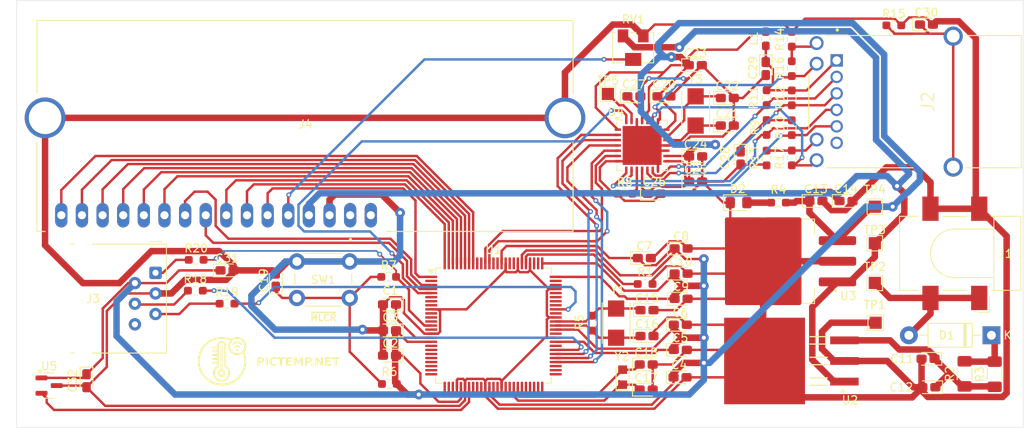
<source format=kicad_pcb>
(kicad_pcb (version 20240108) (generator "pcbnew") (generator_version "8.0")
  (title_block (title "PICTEMPNET") (date "2024.12.06.") (company "Mechatronika, Optika és Gépészeti Informatika Tanszék") (comment 1 "Mikrovezérlők alkalmazása - BMEGEMIBMMV") (comment 3 "Dobondi-Reisz Mendel - C8GJJW") (comment 4 "Vadász Benedek - FR2CRM"))
  (layers (0 "F.Cu" signal) (31 "B.Cu" signal) (34 "B.Paste" user) (35 "F.Paste" user) (36 "B.SilkS" user "B.Silkscreen") (37 "F.SilkS" user "F.Silkscreen") (38 "B.Mask" user) (39 "F.Mask" user) (44 "Edge.Cuts" user))
  (net 0 "")
  (net 1 "Net-(U1-VDDCORE{slash}VCAP)")
  (net 2 "GND")
  (net 3 "Net-(U2-INPUT)")
  (net 4 "Net-(D1-K)")
  (net 5 "Net-(U1-RBIAS)")
  (net 6 "RE2")
  (net 8 "RB0")
  (net 12 "RE6")
  (net 16 "RE4")
  (net 17 "RH1")
  (net 25 "RB7")
  (net 30 "RH2")
  (net 48 "RE7")
  (net 49 "RD2")
  (net 50 "SDO1")
  (net 52 "SDI1")
  (net 58 "AN3")
  (net 59 "CLKO")
  (net 67 "SCK1")
  (net 68 "RD3")
  (net 70 "RE5")
  (net 71 "RE3")
  (net 72 "~{MCLR}")
  (net 75 "RE0")
  (net 76 "RE1")
  (net 78 "CLKI")
  (net 79 "RB6")
  (net 80 "RH0")
  (net 81 "+9V")
  (net 82 "Net-(D2-A)")
  (net 83 "T1OSI")
  (net 84 "T1OSO")
  (net 85 "Net-(C19-Pad1)")
  (net 86 "Net-(U4-OSC1)")
  (net 87 "Net-(U4-OSC2)")
  (net 88 "Net-(U4-VCAP)")
  (net 89 "Net-(U4-RBIAS)")
  (net 90 "LCDVDD")
  (net 91 "TPOUT-")
  (net 92 "LEDA")
  (net 93 "LEDB")
  (net 94 "TPOUT+")
  (net 95 "TPIN+")
  (net 96 "TPIN-")
  (net 97 "Net-(C28-Pad1)")
  (net 98 "Net-(J2-TCT)")
  (net 99 "Net-(C30-Pad1)")
  (net 100 "Net-(J2-Pad7)")
  (net 101 "Net-(J2-Pad9)")
  (net 103 "Net-(J3-Pad4)")
  (net 104 "Net-(J3-Pad5)")
  (net 106 "Net-(J3-Pad1)")
  (net 107 "Net-(J4-VO)")
  (net 108 "PICVDD")
  (net 109 "Net-(U4-CLKOUT)")
  (net 110 "NC1")
  (net 111 "NC0")
  (footprint "Package_TO_SOT_SMD:SOT-23" (layer "F.Cu") (at 87.420495 126.4)
    (property "Reference" "U5")
    (property "Value" "TC1047xNB")
  )
  (footprint "Capacitor_Tantalum_SMD:CP_EIA-1608-08_AVX-J_Pad1.25x1.05mm_HandSolder" (layer "F.Cu") (at 165.120495 118.9)
    (property "Reference" "C6")
    (property "Value" "1 μF")
  )
  (footprint "Capacitor_Tantalum_SMD:CP_EIA-1608-08_AVX-J_Pad1.25x1.05mm_HandSolder" (layer "F.Cu") (at 160.690382 110.680113)
    (property "Reference" "C7")
    (property "Value" "1 μF")
  )
  (footprint "Connector_RJ:RJ12_Amphenol_54601-x06_Horizontal" (layer "F.Cu") (at 100.520495 112.5 -90)
    (property "Reference" "J3")
    (property "Value" "RJ-12")
  )
  (footprint "Package_TO_SOT_SMD:TO-263-3_TabPin2" (layer "F.Cu") (at 176.820495 111.075 180)
    (property "Reference" "U3")
    (property "Value" "TC1262-3.3")
  )
  (footprint "Crystal:Crystal_SMD_Qantek_QC5CB-2Pin_5x3.2mm" (layer "F.Cu") (at 157.220495 118.7 -90)
    (property "Reference" "Y1")
    (property "Value" "25 MHz")
  )
  (footprint "TestPoint:TestPoint_Pad_1.5x1.5mm" (layer "F.Cu") (at 156.207995 90.45)
    (property "Reference" "TP5")
    (property "Value" "TestPoint")
  )
  (footprint "Potentiometer_SMD:Potentiometer_Bourns_3214W_Vertical" (layer "F.Cu") (at 159.320495 84.75)
    (property "Reference" "RV1")
    (property "Value" "10 kΩ")
  )
  (footprint "Capacitor_Tantalum_SMD:CP_EIA-1608-08_AVX-J_Pad1.25x1.05mm_HandSolder" (layer "F.Cu") (at 92.020495 125.8 -90)
    (property "Reference" "C32")
    (property "Value" "1 μF")
  )
  (footprint "Capacitor_Tantalum_SMD:CP_EIA-1608-08_AVX-J_Pad1.25x1.05mm_HandSolder" (layer "F.Cu") (at 109.320495 112.2)
    (property "Reference" "C31")
    (property "Value" "1 μF")
  )
  (footprint "Capacitor_Tantalum_SMD:CP_EIA-1608-08_AVX-J_Pad1.25x1.05mm_HandSolder" (layer "F.Cu") (at 161.907995 102.75)
    (property "Reference" "C26")
    (property "Value" "1 μF")
  )
  (footprint "Resistor_SMD:R_0603_1608Metric_Pad0.98x0.95mm_HandSolder" (layer "F.Cu") (at 175.744495 94.5875 90)
    (property "Reference" "R9")
    (property "Value" "49.9 Ω")
  )
  (footprint "Resistor_SMD:R_0603_1608Metric_Pad0.98x0.95mm_HandSolder" (layer "F.Cu") (at 175.744495 98.35 -90)
    (property "Reference" "R13")
    (property "Value" "180 Ω")
  )
  (footprint "Resistor_SMD:R_0603_1608Metric_Pad0.98x0.95mm_HandSolder" (layer "F.Cu") (at 175.744495 90.9125 90)
    (property "Reference" "R11")
    (property "Value" "49.9 Ω")
  )
  (footprint "Resistor_SMD:R_0603_1608Metric_Pad0.98x0.95mm_HandSolder" (layer "F.Cu") (at 178.844495 90.9375 90)
    (property "Reference" "R12")
    (property "Value" "49.9 Ω")
  )
  (footprint "Capacitor_Tantalum_SMD:CP_EIA-1608-08_AVX-J_Pad1.25x1.05mm_HandSolder" (layer "F.Cu") (at 195.720495 126.6 180)
    (property "Reference" "C12")
    (property "Value" "220 μF")
  )
  (footprint "footprints:LOGO_BLACK" (layer "F.Cu") (at 108.7 123.4)
    (property "Reference" "LOGO" (hide yes))
    (property "Value" "LOGO" (hide yes))
  )
  (footprint "Capacitor_Tantalum_SMD:CP_EIA-1608-08_AVX-J_Pad1.25x1.05mm_HandSolder" (layer "F.Cu") (at 195.620495 123.1 180)
    (property "Reference" "C11")
    (property "Value" "1 μF")
  )
  (footprint "Capacitor_Tantalum_SMD:CP_EIA-1608-08_AVX-J_Pad1.25x1.05mm_HandSolder" (layer "F.Cu") (at 129.320495 122.7 180)
    (property "Reference" "C2")
    (property "Value" "1 μF")
  )
  (footprint "Inductor_SMD:L_0603_1608Metric_Pad1.05x0.95mm_HandSolder" (layer "F.Cu") (at 175.644495 83.65 -90)
    (property "Reference" "L1")
    (property "Value" "100 mH")
  )
  (footprint "footprints:BEL_08B0-1X1T-36-F" (layer "F.Cu") (at 195.544495 91.4 -90)
    (property "Reference" "J2")
    (property "Value" "08B0-1X1T-36-F")
  )
  (footprint "Resistor_SMD:R_0603_1608Metric_Pad0.98x0.95mm_HandSolder" (layer "F.Cu") (at 178.844495 94.6125 90)
    (property "Reference" "R10")
    (property "Value" "49.9 Ω")
  )
  (footprint "Diode_THT:D_DO-41_SOD81_P10.16mm_Horizontal" (layer "F.Cu") (at 203.420495 120.2 180)
    (property "Reference" "D1")
    (property "Value" "1N4006")
  )
  (footprint "Capacitor_Tantalum_SMD:CP_EIA-1608-08_AVX-J_Pad1.25x1.05mm_HandSolder" (layer "F.Cu") (at 165.120495 122)
    (property "Reference" "C5")
    (property "Value" "1 μF")
  )
  (footprint "Resistor_SMD:R_1206_3216Metric_Pad1.30x1.75mm_HandSolder" (layer "F.Cu") (at 203.820495 125 90)
    (property "Reference" "R3")
    (property "Value" "2 Ω")
  )
  (footprint "Capacitor_Tantalum_SMD:CP_EIA-1608-08_AVX-J_Pad1.25x1.05mm_HandSolder" (layer "F.Cu") (at 115.320495 113.4 90)
    (property "Reference" "C19")
    (property "Value" "33 pF")
  )
  (footprint "LED_SMD:LED_0805_2012Metric_Pad1.15x1.40mm_HandSolder" (layer "F.Cu") (at 172.295495 103.85)
    (property "Reference" "D2")
    (property "Value" "PW LED")
  )
  (footprint "Resistor_SMD:R_0603_1608Metric_Pad0.98x0.95mm_HandSolder" (layer "F.Cu") (at 178.844495 83.7125 90)
    (property "Reference" "R14")
    (property "Value" "180 Ω")
  )
  (footprint "TestPoint:TestPoint_Pad_1.5x1.5mm" (layer "F.Cu") (at 189.070495 104.35 -90)
    (property "Reference" "TP4")
    (property "Value" "TestPoint")
  )
  (footprint "Capacitor_Tantalum_SMD:CP_EIA-1608-08_AVX-J_Pad1.25x1.05mm_HandSolder" (layer "F.Cu") (at 185.520495 103.65)
    (property "Reference" "C14")
    (property "Value" "47 μF")
  )
  (footprint "TestPoint:TestPoint_Pad_1.5x1.5mm" (layer "F.Cu") (at 189.170495 118.65)
    (property "Reference" "TP1")
    (property "Value" "TestPoint")
  )
  (footprint "footprints:LM2940S_5_NOPB_KTT3" (layer "F.Cu") (at 175.647895 123.365 90)
    (property "Reference" "U2")
    (property "Value" "LM2940S-5.0/NOPB")
  )
  (footprint "Capacitor_Tantalum_SMD:CP_EIA-1608-08_AVX-J_Pad1.25x1.05mm_HandSolder" (layer "F.Cu") (at 170.907995 94.35)
    (property "Reference" "C21")
    (property "Value" "33 pF")
  )
  (footprint "TestPoint:TestPoint_Pad_1.5x1.5mm" (layer "F.Cu") (at 189.070495 108.85)
    (property "Reference" "TP3")
    (property "Value" "TestPoint")
  )
  (footprint "Capacitor_Tantalum_SMD:CP_EIA-1608-08_AVX-J_Pad1.25x1.05mm_HandSolder" (layer "F.Cu") (at 163.107995 90.75)
    (property "Reference" "C20")
    (property "Value" "1 μF")
  )
  (footprint "Capacitor_Tantalum_SMD:CP_EIA-1608-08_AVX-J_Pad1.25x1.05mm_HandSolder" (layer "F.Cu") (at 166.970495 86.9125)
    (property "Reference" "C23")
    (property "Value" "1 μF")
  )
  (footprint "Capacitor_Tantalum_SMD:CP_EIA-1608-08_AVX-J_Pad1.25x1.05mm_HandSolder" (layer "F.Cu") (at 181.820495 103.65)
    (property "Reference" "C13")
    (property "Value" "1 μF")
  )
  (footprint "Capacitor_Tantalum_SMD:CP_EIA-1608-08_AVX-J_Pad1.25x1.05mm_HandSolder" (layer "F.Cu") (at 165.090382 125.380113)
    (property "Reference" "C4")
    (property "Value" "1 μF")
  )
  (footprint "Capacitor_Tantalum_SMD:CP_EIA-1608-08_AVX-J_Pad1.25x1.05mm_HandSolder" (layer "F.Cu") (at 160.920495 126.9)
    (property "Reference" "C17")
    (property "Value" "22 pF")
  )
  (footprint "Resistor_SMD:R_0603_1608Metric_Pad0.98x0.95mm_HandSolder" (layer "F.Cu") (at 178.844495 87.3375 -90)
    (property "Reference" "R16")
    (property "Value" "10 kΩ")
  )
  (footprint "Capacitor_Tantalum_SMD:CP_EIA-1608-08_AVX-J_Pad1.25x1.05mm_HandSolder" (layer "F.Cu") (at 129.320495 116.4 180)
    (property "Reference" "C1")
    (property "Value" "10 μF")
  )
  (footprint "Capacitor_Tantalum_SMD:CP_EIA-1608-08_AVX-J_Pad1.25x1.05mm_HandSolder" (layer "F.Cu") (at 167.007995 98.15)
    (property "Reference" "C24")
    (property "Value" "1 μF")
  )
  (footprint "Package_QFP:TQFP-100_14x14mm_P0.5mm" (layer "F.Cu") (at 142.120495 119)
    (property "Reference" "U1")
    (property "Value" "PIC18F97J60-IPT")
  )
  (footprint "Resistor_SMD:R_0603_1608Metric_Pad0.98x0.95mm_HandSolder" (layer "F.Cu") (at 109.320495 116.3)
    (property "Reference" "R19")
    (property "Value" "100 Ω")
  )
  (footprint "Capacitor_Tantalum_SMD:CP_EIA-1608-08_AVX-J_Pad1.25x1.05mm_HandSolder" (layer "F.Cu") (at 195.420495 81.9)
    (property "Reference" "C30")
    (property "Value" "1 nF")
  )
  (footprint "Package_DFN_QFN:QFN-28-1EP_6x6mm_P0.65mm_EP4.8x4.8mm" (layer "F.Cu") (at 160.420495 96.8)
    (property "Reference" "U4")
    (property "Value" "ENC28J60x-ML")
  )
  (footprint "Crystal:Crystal_SMD_Qantek_QC5CB-2Pin_5x3.2mm" (layer "F.Cu") (at 167.007995 92.55 90)
    (property "Reference" "Y3")
    (property "Value" "25 MHz")
  )
  (footprint "Capacitor_Tantalum_SMD:CP_EIA-1608-08_AVX-J_Pad1.25x1.05mm_HandSolder" (layer "F.Cu") (at 160.920495 123.8)
    (property "Reference" "C18")
    (property "Value" "22 pF")
  )
  (footprint "Capacitor_Tantalum_SMD:CP_EIA-1608-08_AVX-J_Pad1.25x1.05mm_HandSolder" (layer "F.Cu") (at 175.644495 87.325 -90)
    (property "Reference" "C29")
    (property "Value" "1 μF")
  )
  (footprint "Resistor_SMD:R_0603_1608Metric_Pad0.98x0.95mm_HandSolder" (layer "F.Cu") (at 154.220495 118.7 -90)
    (property "Reference" "R5")
    (property "Value" "1 MΩ")
  )
  (footprint "Capacitor_Tantalum_SMD:CP_EIA-1608-08_AVX-J_Pad1.25x1.05mm_HandSolder" (layer "F.Cu") (at 161.020495 117.1)
    (property "Reference" "C15")
    (property "Value" "33 pF")
  )
  (footprint "Capacitor_Tantalum_SMD:CP_EIA-1608-08_AVX-J_Pad1.25x1.05mm_HandSolder" (layer "F.Cu") (at 129.320495 119.6 180)
    (property "Reference" "C3")
    (property "Value" "1 μF")
  )
  (footprint "TestPoint:TestPoint_Pad_1.5x1.5mm" (layer "F.Cu") (at 189.070495 113.75)
    (property "Reference" "TP2")
    (property "Value" "TestPoint")
  )
  (footprint "Resistor_SMD:R_0603_1608Metric_Pad0.98x0.95mm_HandSolder" (layer "F.Cu") (at 105.420495 114.7)
    (property "Reference" "R18")
    (property "Value" "100 Ω")
  )
  (footprint "Capacitor_Tantalum_SMD:CP_EIA-1608-08_AVX-J_Pad1.25x1.05mm_HandSolder" (layer "F.Cu") (at 165.220495 115.7)
    (property "Reference" "C9")
    (property "Value" "1 μF")
  )
  (footprint "Resistor_SMD:R_0603_1608Metric_Pad0.98x0.95mm_HandSolder" (layer "F.Cu") (at 105.520495 110.9)
    (property "Reference" "R20")
    (property "Value" "100 Ω")
  )
  (footprint "Capacitor_Tantalum_SMD:CP_EIA-1608-08_AVX-J_Pad1.25x1.05mm_HandSolder" (layer "F.Cu") (at 167.007995 101.25)
    (property "Reference" "C25")
    (property "Value" "1 μF")
  )
  (footprint "Resistor_SMD:R_0603_1608Metric_Pad0.98x0.95mm_HandSolder" (layer "F.Cu") (at 160.790382 113.880113 180)
    (property "Reference" "R1")
    (property "Value" "2.26 kΩ")
  )
  (footprint "Resistor_SMD:R_0603_1608Metric_Pad0.98x0.95mm_HandSolder" (layer "F.Cu") (at 158.295495 102.75)
    (property "Reference" "R8")
    (property "Value" "2.26 kΩ")
  )
  (footprint "Resistor_SMD:R_0603_1608Metric_Pad0.98x0.95mm_HandSolder" (layer "F.Cu") (at 129.220495 113)
    (property "Reference" "R7")
    (property "Value" "1 kΩ")
  )
  (footprint "footprints:LCD_LCM-S01602DTR_M" (layer "F.Cu") (at 118.920495 94.4)
    (property "Reference" "J4")
    (property "Value" "LCM-S01602DTR_M")
  )
  (footprint "Capacitor_Tantalum_SMD:CP_EIA-1608-08_AVX-J_Pad1.25x1.05mm_HandSolder" (layer "F.Cu") (at 165.220495 112.6)
    (property "Reference" "C10")
    (property "Value" "1 μF")
  )
  (footprint "Capacitor_Tantalum_SMD:CP_EIA-1608-08_AVX-J_Pad1.25x1.05mm_HandSolder" (layer "F.Cu") (at 161.020495 120.29)
    (property "Reference" "C16")
    (property "Value" "33 pF")
  )
  (footprint "Connector_BarrelJack:BarrelJack_CLIFF_FC681465S_SMT_Horizontal" (layer "F.Cu") (at 198.920495 110.1 180)
    (property "Reference" "J1")
    (property "Value" "Barrel Jack")
  )
  (footprint "Resistor_SMD:R_0603_1608Metric_Pad0.98x0.95mm_HandSolder" (layer "F.Cu") (at 178.844495 98.3375 -90)
    (property "Reference" "R17")
    (property "Value" "10 kΩ")
  )
  (footprint "Resistor_SMD:R_1206_3216Metric_Pad1.30x1.75mm_HandSolder" (layer "F.Cu") (at 200.120495 124.95 90)
    (property "Reference" "R2")
    (property "Value" "2 Ω")
  )
  (footprint "Button_Switch_THT:SW_PUSH_6mm" (layer "F.Cu") (at 117.920495 111.1)
    (property "Reference" "SW1")
    (property "Value" "SW_Push")
  )
  (footprint "Resistor_SMD:R_0603_1608Metric_Pad0.98x0.95mm_HandSolder" (layer "F.Cu") (at 129.307995 126.2 180)
    (property "Reference" "R6")
    (property "Value" "4.7 kΩ")
  )
  (footprint "Capacitor_Tantalum_SMD:CP_EIA-1608-08_AVX-J_Pad1.25x1.05mm_HandSolder" (layer "F.Cu") (at 172.544495 98.35 -90)
    (property "Reference" "C28")
    (property "Value" "1 μF")
  )
  (footprint "Capacitor_Tantalum_SMD:CP_EIA-1608-08_AVX-J_Pad1.25x1.05mm_HandSolder" (layer "F.Cu") (at 165.220495 109.5)
    (property "Reference" "C8")
    (property "Value" "1 μF")
  )
  (footprint "Capacitor_Tantalum_SMD:CP_EIA-1608-08_AVX-J_Pad1.25x1.05mm_HandSolder" (layer "F.Cu") (at 159.407995 90.75)
    (property "Reference" "C27")
    (property "Value" "1 μF")
  )
  (footprint "Resistor_SMD:R_0603_1608Metric_Pad0.98x0.95mm_HandSolder" (layer "F.Cu") (at 191.407995 82)
    (property "Reference" "R15")
    (property "Value" "1 MΩ")
  )
  (footprint "Capacitor_Tantalum_SMD:CP_EIA-1608-08_AVX-J_Pad1.25x1.05mm_HandSolder" (layer "F.Cu") (at 170.907995 90.95)
    (property "Reference" "C22")
    (property "Value" "33 pF")
  )
  (footprint "Crystal:Crystal_SMD_TXC_9HT11-2Pin_2.0x1.2mm_HandSoldering" (layer "F.Cu") (at 158.020495 125.3625 90)
    (property "Reference" "Y2")
    (property "Value" "32 kHz")
  )
  (footprint "Resistor_SMD:R_0603_1608Metric_Pad0.98x0.95mm_HandSolder" (layer "F.Cu") (at 177.207995 103.85)
    (property "Reference" "R4")
    (property "Value" "180 Ω")
  )
  (gr_rect (start 83.420495 78.9) (end 207.320495 131.6) (stroke (width 0.05)) (fill none) (layer "Edge.Cuts"))
  (gr_text "~{MLCR}" (at 119.5 118.5 0) (layer "F.SilkS") (effects (font (size 0.8 0.8) (thickness 0.16) (bold yes)) (justify left bottom)))
  (gr_text "PICTEMP.NET" (at 112.920495 124.1 0) (layer "F.SilkS") (effects (font (size 1 1) (thickness 0.2) (bold yes)) (justify left bottom)))
  (segment (start 130.745495 118.725) (end 130.120495 118.1) (width 0.3) (layer "F.Cu") (net 1))
  (segment (start 132.520495 120.5) (end 131.095495 119.075) (width 0.3) (layer "F.Cu") (net 1))
  (segment (start 131.095495 119.069544) (end 130.750951 118.725) (width 0.3) (layer "F.Cu") (net 1))
  (segment (start 131.095495 119.075) (end 131.095495 119.069544) (width 0.3) (layer "F.Cu") (net 1))
  (segment (start 130.750951 118.725) (end 130.745495 118.725) (width 0.3) (layer "F.Cu") (net 1))
  (segment (start 130.120495 118.1) (end 130.120495 116.4) (width 0.3) (layer "F.Cu") (net 1))
  (segment (start 134.457995 120.5) (end 132.520495 120.5) (width 0.3) (layer "F.Cu") (net 1))
  (segment (start 183.670495 118.65) (end 182.570495 119.75) (width 0.8) (layer "F.Cu") (net 2))
  (segment (start 126.1 119.6) (end 126 119.5) (width 0.8) (layer "F.Cu") (net 2))
  (segment (start 183.745495 104.775) (end 185.454505 104.775) (width 0.8) (layer "F.Cu") (net 2))
  (segment (start 184.470495 111.075) (end 175.320495 111.075) (width 0.8) (layer "F.Cu") (net 2))
  (segment (start 156.820495 81.9) (end 159.170495 81.9) (width 0.8) (layer "F.Cu") (net 2))
  (segment (start 150.920495 93.4) (end 150.920495 87.8) (width 0.8) (layer "F.Cu") (net 2))
  (segment (start 143.120495 125.8) (end 143.120495 126.6625) (width 0.3) (layer "F.Cu") (net 2))
  (segment (start 138.620495 125.8) (end 138.620495 126.6625) (width 0.3) (layer "F.Cu") (net 2))
  (segment (start 116.820495 111.1) (end 115.320495 112.6) (width 0.8) (layer "F.Cu") (net 2))
  (segment (start 110.120495 112.2) (end 114.920495 112.2) (width 0.8) (layer "F.Cu") (net 2))
  (segment (start 163.907995 90.75) (end 163.932995 90.75) (width 0.3) (layer "F.Cu") (net 2))
  (segment (start 172.620495 108.375) (end 175.320495 111.075) (width 0.8) (layer "F.Cu") (net 2))
  (segment (start 138.620495 126.6625) (end 138.620495 128.207107) (width 0.3) (layer "F.Cu") (net 2))
  (segment (start 161.720495 123.8) (end 164.120495 123.8) (width 0.3) (layer "F.Cu") (net 2))
  (segment (start 165.920495 122) (end 174.130495 122) (width 0.3) (layer "F.Cu") (net 2))
  (segment (start 167.807995 98.15) (end 167.807995 101.25) (width 0.3) (layer "F.Cu") (net 2))
  (segment (start 195.595495 127.8) (end 204.804505 127.8) (width 0.8) (layer "F.Cu") (net 2))
  (segment (start 205.295495 107.975) (end 201.920495 104.6) (width 0.8) (layer "F.Cu") (net 2))
  (segment (start 179.695495 119.165) (end 175.495495 123.365) (width 0.8) (layer "F.Cu") (net 2))
  (segment (start 190.585495 123.365) (end 193.820495 126.6) (width 0.8) (layer "F.Cu") (net 2))
  (segment (start 195.920495 104.6) (end 201.920495 104.6) (width 0.8) (layer "F.Cu") (net 2))
  (segment (start 163.407995 96.8) (end 165.265101 96.8) (width 0.3) (layer "F.Cu") (net 2))
  (segment (start 161.720495 123.8) (end 161.720495 126.9) (width 0.3) (layer "F.Cu") (net 2))
  (segment (start 138.620495 125.82188) (end 138.373615 125.575) (width 0.3) (layer "F.Cu") (net 2))
  (segment (start 155.970495 98.75) (end 157.432995 98.75) (width 0.3) (layer "F.Cu") (net 2))
  (segment (start 86.920495 109.107336) (end 91.582829 113.76967) (width 0.8) (layer "F.Cu") (net 2))
  (segment (start 161.490382 110.680113) (end 161.734926 110.680113) (width 0.3) (layer "F.Cu") (net 2))
  (segment (start 178.844495 82.8) (end 180.469495 81.175) (width 0.3) (layer "F.Cu") (net 2))
  (segment (start 175.320495 111.075) (end 175.320495 123.19) (width 0.8) (layer "F.Cu") (net 2))
  (segment (start 163.790039 108.625) (end 165.145495 108.625) (width 0.3) (layer "F.Cu") (net 2))
  (segment (start 143.620495 112.3) (end 143.620495 111.3375) (width 0.3) (layer "F.Cu") (net 2))
  (segment (start 161.720495 126.9) (end 161.720495 126.375) (width 0.3) (layer "F.Cu") (net 2))
  (segment (start 161.702882 113.405113) (end 163.382995 111.725) (width 0.3) (layer "F.Cu") (net 2))
  (segment (start 130.620495 105.1) (end 128.370495 102.85) (width 0.8) (layer "F.Cu") (net 2))
  (segment (start 144.873615 112.425) (end 143.745495 112.425) (width 0.3) (layer "F.Cu") (net 2))
  (segment (start 170.444495 101.25) (end 172.544495 99.15) (width 0.3) (layer "F.Cu") (net 2))
  (segment (start 171.270495 103.85) (end 170.407995 103.85) (width 0.3) (layer "F.Cu") (net 2))
  (segment (start 173.480382 125.380113) (end 175.495495 123.365) (width 0.3) (layer "F.Cu") (net 2))
  (segment (start 110.120495 112.2) (end 110.120495 112.45901) (width 0.8) (layer "F.Cu") (net 2))
  (segment (start 162.707995 102.75) (end 161.832995 103.625) (width 0.3) (layer "F.Cu") (net 2))
  (segment (start 160.207995 89.614341) (end 161.272336 88.55) (width 0.3) (layer "F.Cu") (net 2))
  (segment (start 171.030495 118.9) (end 175.495495 123.365) (width 0.3) (layer "F.Cu") (net 2))
  (segment (start 108.345495 109.825) (end 110.120495 111.6) (width 0.8) (layer "F.Cu") (net 2))
  (segment (start 117.920495 111.1) (end 116.820495 111.1) (width 0.8) (layer "F.Cu") (net 2))
  (segment (start 143.120495 126.6625) (end 143.120495 125.82188) (width 0.3) (layer "F.Cu") (net 2))
  (segment (start 159.170495 81.9) (end 160.570495 83.3) (width 0.8) (layer "F.Cu") (net 2))
  (segment (start 166.132995 88.55) (end 167.770495 86.9125) (width 0.3) (layer "F.Cu") (net 2))
  (segment (start 155.220495 99.5) (end 155.970495 98.75) (width 0.3) (layer "F.Cu") (net 2))
  (segment (start 175.631995 99.15) (end 175.744495 99.2625) (width 0.3) (layer "F.Cu") (net 2))
  (segment (start 166.020495 112.6) (end 171.645495 112.6) (width 0.3) (layer "F.Cu") (net 2))
  (segment (start 157.432995 98.75) (end 158.470495 98.75) (width 0.3) (layer "F.Cu") (net 2))
  (segment (start 148.820495 120.5) (end 148.695495 120.375) (width 0.3) (layer "F.Cu") (net 2))
  (segment (start 158.257995 103.625) (end 157.382995 102.75) (width 0.3) (layer "F.Cu") (net 2))
  (segment (start 201.494495 104.174) (end 201.494495 83.591644) (width 0.8) (layer "F.Cu") (net 2))
  (segment (start 163.382995 111.725) (end 165.145495 111.725) (width 0.3) (layer "F.Cu") (net 2))
  (segment (start 171.707995 94.35) (end 171.707995 90.95) (width 0.3) (layer "F.Cu") (net 2))
  (segment (start 143.120495 125.82188) (end 148.442375 120.5) (width 0.3) (layer "F.Cu") (net 2))
  (segment (start 171.707995 90.95) (end 172.819495 90.95) (width 0.3) (layer "F.Cu") (net 2))
  (segment (start 166.020495 109.5) (end 171.695495 109.5) (width 0.3) (layer "F.Cu") (net 2))
  (segment (start 161.070495 97.45) (end 160.420495 96.8) (width 0.3) (layer "F.Cu") (net 2))
  (segment (start 164.620495 117.1) (end 166.020495 115.7) (width 0.3) (layer "F.Cu") (net 2))
  (segment (start 171.707995 90.95) (end 171.707995 90.85) (width 0.3) (layer "F.Cu") (net 2))
  (segment (start 143.620495 112.17812) (end 138.798615 117) (width 0.3) (layer "F.Cu") (net 2))
  (segment (start 161.820495 119.765) (end 163.560495 118.025) (width 0.3) (layer "F.Cu") (net 2))
  (segment (start 186.360181 103.65) (end 186.320495 103.65) (width 0.8) (layer "F.Cu") (net 2))
  (segment (start 96.057494 113.76967) (end 100.002164 109.825) (width 0.8) (layer "F.Cu") (net 2))
  (segment (start 170.357995 95.7) (end 171.707995 94.35) (width 0.3) (layer "F.Cu") (net 2))
  (segment (start 161.820495 117.1) (end 164.620495 117.1) (width 0.3) (layer "F.Cu") (net 2))
  (segment (start 194.820495 123.1) (end 194.820495 126.5) (width 0.8) (layer "F.Cu") (net 2))
  (segment (start 199.402851 81.5) (end 196.620495 81.5) (width 0.8) (layer "F.Cu") (net 2))
  (segment (start 186.320495 103.90901) (end 186.320495 103.65) (width 0.8) (layer "F.Cu") (net 2))
  (segment (start 102.480495 115.04) (end 100.520495 115.04) (width 0.8) (layer "F.Cu") (net 2))
  (segment (start 158.470495 98.75) (end 160.420495 96.8) (width 0.3) (layer "F.Cu") (net 2))
  (segment (start 137.745495 125.575) (end 137.620495 125.7) (width 0.3) (layer "F.Cu") (net 2))
  (segment (start 161.970495 81.9) (end 160.570495 83.3) (width 0.3) (layer "F.Cu") (net 2))
  (segment (start 109.210495 113.36901) (end 104.151485 113.36901) (width 0.8) (layer "F.Cu") (net 2))
  (segment (start 135.545495 117.24688) (end 135.545495 119.75312) (width 0.3) (layer "F.Cu") (net 2))
  (segment (start 137.927602 128.9) (end 94.320495 128.9) (width 0.3) (layer "F.Cu") (net 2))
  (segment (start 121.940495 103.48) (end 121.940495 105.4) (width 0.8) (layer "F.Cu") (net 2))
  (segment (start 194.920495 126.6) (end 194.920495 127.125) (width 0.8) (layer "F.Cu") (net 2))
  (segment (start 160.207995 90.75) (end 160.207995 89.614341) (width 0.3) (layer "F.Cu") (net 2))
  (segment (start 171.045495 115.7) (end 172.895495 113.85) (width 0.3) (layer "F.Cu") (net 2))
  (segment (start 194.820495 126.5) (end 194.920495 126.6) (width 0.8) (layer "F.Cu") (net 2))
  (segment (start 190.510181 99.5) (end 186.360181 103.65) (width 0.8) (layer "F.Cu") (net 2))
  (segment (start 131.095495 115.869544) (end 130.750951 115.525) (width 0.3) (layer "F.Cu") (net 2))
  (segment (start 189.170495 118.65) (end 183.670495 118.65) (width 0.8) (layer "F.Cu") (net 2))
  (segment (start 150.920495 87.8) (end 156.820495 81.9) (width 0.8) (layer "F.Cu") (net 2))
  (segment (start 185.454505 104.775) (end 186.320495 103.90901) (width 0.8) (layer "F.Cu") (net 2))
  (segment (start 194.920495 127.125) (end 195.595495 127.8) (width 0.8) (layer "F.Cu") (net 2))
  (segment (start 165.145495 108.625) (end 166.020495 109.5) (width 0.3) (layer "F.Cu") (net 2))
  (segment (start 171.707995 90.85) (end 167.770495 86.9125) (width 0.3) (layer "F.Cu") (net 2))
  (segment (start 165.795838 125.380113) (end 161.925951 129.25) (width 0.3) (layer "F.Cu") (net 2))
  (segment (start 92.020495 126.6) (end 94.520495 124.1) (width 0.3) (layer "F.Cu") (net 2))
  (segment (start 138.620495 126.6625) (end 138.620495 125.82188) (width 0.3) (layer "F.Cu") (net 2))
  (segment (start 149.782995 114.5) (end 148.942375 114.5) (width 0.3) (layer "F.Cu") (net 2))
  (segment (start 145.120495 112.17812) (end 144.873615 112.425) (width 0.3) (layer "F.Cu") (net 2))
  (segment (start 130.750951 115.525) (end 129.395495 115.525) (width 0.3) (layer "F.Cu") (net 2))
  (segment (start 138.798615 117) (end 134.457995 117) (width 0.3) (layer "F.Cu") (net 2))
  (segment (start 193.295495 81.025) (end 192.320495 82) (width 0.3) (layer "F.Cu") (net 2))
  (segment (start 165.145495 111.725) (end 166.020495 112.6) (width 0.3) (layer "F.Cu") (net 2))
  (segment (start 159.770495 93.8125) (end 159.770495 96.15) (width 0.3) (layer "F.Cu") (net 2))
  (segment (start 163.407995 96.8) (end 160.420495 96.8) (width 0.3) (layer "F.Cu") (net 2))
  (segment (start 193.670495 127.85) (end 194.920495 126.6) (width 0.8) (layer "F.Cu") (net 2))
  (segment (start 150.920495 93.4) (end 86.920495 93.4) (width 0.8) (layer "F.Cu") (net 2))
  (segment (start 141.367375 125.575) (end 142.895495 125.575) (width 0.3) (layer "F.Cu") (net 2))
  (segment (start 201.494495 83.591644) (end 199.402851 81.5) (width 0.8) (layer "F.Cu") (net 2))
  (segment (start 196.220495 81.9) (end 195.345495 81.025) (width 0.3) (layer "F.Cu") (net 2))
  (segment (start 135.298615 117) (end 135.545495 117.24688) (width 0.3) (layer "F.Cu") (net 2))
  (segment (start 104.151485 113.36901) (end 102.480495 115.04) (width 0.8) (layer "F.Cu") (net 2))
  (segment (start 201.920495 104.6) (end 201.494495 104.174) (width 0.8) (layer "F.Cu") (net 2))
  (segment (start 133.617375 120) (end 131.095495 117.47812) (width 0.3) (layer "F.Cu") (net 2))
  (segment (start 174.130495 122) (end 175.495495 123.365) (width 0.3) (layer "F.Cu") (net 2))
  (segment (start 161.702882 113.880113) (end 161.702882 113.405113) (width 0.3) (layer "F.Cu") (net 2))
  (segment (start 182.570495 121.8802) (end 184.055295 123.365) (width 0.8) (layer "F.Cu") (net 2))
  (segment (start 162.370495 99.7875) (end 162.370495 98.75) (width 0.3) (layer "F.Cu") (net 2))
  (segment (start 195.920495 101.344184) (end 194.076311 99.5) (width 0.8) (layer "F.Cu") (net 2))
  (segment (start 96.680495 115.04) (end 100.520495 115.04) (width 0.3) (layer "F.Cu") (net 2))
  (segment (start 165.920495 118.9) (end 171.030495 118.9) (width 0.3) (layer "F.Cu") (net 2))
  (segment (start 167.807995 101.25) (end 170.444495 101.25) (width 0.3) (layer "F.Cu") (net 2))
  (segment (start 195.345495 81.025) (end 193.295495 81.025) (width 0.3) (layer "F.Cu") (net 2))
  (segment (start 161.832995 103.625) (end 158.257995 103.625) (width 0.3) (layer "F.Cu") (net 2))
  (segment (start 143.745495 112.425) (end 143.620495 112.3) (width 0.3) (layer "F.Cu") (net 2))
  (segment (start 163.932995 90.75) (end 167.770495 86.9125) (width 0.3) (layer "F.Cu") (net 2))
  (segment (start 165.5 88.55) (end 166.132995 88.55) (width 0.3) (layer "F.Cu") (net 2))
  (segment (start 141.120495 125.82188) (end 140.873615 125.575) (width 0.3) (layer "F.Cu") (net 2))
  (segment (start 140.873615 125.575) (end 138.845495 125.575) (width 0.3) (layer "F.Cu") (net 2))
  (segment (start 94.520495 124.1) (end 94.520495 117.2) (width 0.3) (layer "F.Cu") (net 2))
  (segment (start 159.770495 96.15) (end 160.420495 96.8) (width 0.3) (layer "F.Cu") (net 2))
  (segment (start 163.407995 97.45) (end 161.070495 97.45) (width 0.3) (layer "F.Cu") (net 2))
  (segment (start 170.407995 103.85) (end 167.807995 101.25) (width 0.3) (layer "F.Cu") (net 2))
  (segment (start 166.020495 115.7) (end 171.045495 115.7) (width 0.3) (layer "F.Cu") (net 2))
  (segment (start 91.820495 126.4) (end 92.020495 126.6) (width 0.3) (layer "F.Cu") (net 2))
  (segment (start 143.620495 111.3375) (end 143.620495 112.17812) (width 0.3) (layer "F.Cu") (net 2))
  (segment (start 91.582829 113.76967) (end 96.057494 113.76967) (width 0.8) (layer "F.Cu") (net 2))
  (segment (start 129.395495 115.525) (end 128.520495 116.4) (width 0.3) (layer "F.Cu") (net 2))
  (segment (start 145.120495 111.3375) (end 145.120495 112.17812) (width 0.3) (layer "F.Cu") (net 2))
  (segment (start 128.520495 122.7) (end 128.520495 116.4) (width 0.8) (layer "F.Cu") (net 2))
  (segment (start 161.820495 120.29) (end 161.820495 119.765) (width 0.3) (layer "F.Cu") (net 2))
  (segment (start 204.804505 127.8) (end 205.295495 127.30901) (width 0.8) (layer "F.Cu") (net 2))
  (segment (start 180.469495 81.175) (end 191.495495 81.175) (width 0.3) (layer "F.Cu") (net 2))
  (segment (start 193.820495 126.6) (end 194.920495 126.6) (width 0.8) (layer "F.Cu") (net 2))
  (segment (start 135.545495 119.75312) (end 135.298615 120) (width 0.3) (layer "F.Cu") (net 2))
  (segment (start 155.220495 101.1) (end 155.220495 99.5) (width 0.3) (layer "F.Cu") (net 2))
  (segment (start 166.307995 102.75) (end 162.707995 102.75) (width 0.3) (layer "F.Cu") (net 2))
  (segment (start 110.120495 112.45901) (end 109.210495 113.36901) (width 0.8) (layer "F.Cu") (net 2))
  (segment (start 148.695495 117.75312) (end 148.695495 114.74688) (width 0.3) (layer "F.Cu") (net 2))
  (segment (start 175.320495 123.19) (end 175.495495 123.365) (width 0.8) (layer "F.Cu") (net 2))
  (segment (start 156.870495 102.75) (end 155.220495 101.1) (width 0.3) (layer "F.Cu") (net 2))
  (segment (start 161.925951 129.25) (end 142.660268 129.25) (width 0.3) (layer "F.Cu") (net 2))
  (segment (start 171.220495 106.975) (end 175.320495 111.075) (width 0.8) (layer "F.Cu") (net 2))
  (segment (start 88.357995 126.4) (end 91.820495 126.4) (width 0.3) (layer "F.Cu") (net 2))
  (segment (start 128.370495 102.85) (end 122.570495 102.85) (width 0.8) (layer "F.Cu") (net 2))
  (segment (start 135.298615 120) (end 134.457995 120) (width 0.3) (layer "F.Cu") (net 2))
  (segment (start 164.120495 123.8) (end 165.920495 122) (width 0.3) (layer "F.Cu") (net 2))
  (segment (start 171.695495 109.5) (end 172.895495 108.3) (width 0.3) (layer "F.Cu") (net 2))
  (segment (start 162.370495 98.75) (end 160.420495 96.8) (width 0.3) (layer "F.Cu") (net 2))
  (segment (start 182.570495 119.75) (end 182.570495 121.8802) (width 0.8) (layer "F.Cu") (net 2))
  (segment (start 166.365101 95.7) (end 170.357995 95.7) (width 0.3) (layer "F.Cu") (net 2))
  (segment (start 205.295495 127.30901) (end 205.295495 107.975) (width 0.8) (layer "F.Cu") (net 2))
  (segment (start 195.920495 101.6) (end 195.920495 101.344184) (width 0.8) (layer "F.Cu") (net 2))
  (segment (start 163.560495 118.025) (end 165.045495 118.025) (width 0.3) (layer "F.Cu") (net 2))
  (segment (start 86.920495 93.4) (end 86.920495 109.107336) (width 0.8) (layer "F.Cu") (net 2))
  (segment (start 171.270495 106.675) (end 172.895495 108.3) (width 0.3) (layer "F.Cu") (net 2))
  (segment (start 138.373615 125.575) (end 137.745495 125.575) (width 0.3) (layer "F.Cu") (net 2))
  (segment (start 110.120495 111.6) (end 110.120495 112.2) (width 0.8) (layer "F.Cu") (net 2))
  (segment (start 94.520495 117.2) (end 96.680495 115.04) (width 0.3) (layer "F.Cu") (net 2))
  (segment (start 191.495495 81.175) (end 192.320495 82) (width 0.3) (layer "F.Cu") (net 2))
  (segment (start 195.920495 101.6) (end 195.920495 104.6) (width 0.8) (layer "F.Cu") (net 2))
  (segment (start 141.120495 127.710227) (end 141.120495 126.6625) (width 0.3) (layer "F.Cu") (net 2))
  (segment (start 141.120495 126.6625) (end 141.120495 125.82188) (width 0.3) (layer "F.Cu") (net 2))
  (segment (start 166.020495 118.8) (end 165.920495 118.9) (width 0.3) (layer "F.Cu") (net 2))
  (segment (start 171.645495 112.6) (end 172.895495 113.85) (width 0.3) (layer "F.Cu") (net 2))
  (segment (start 137.620495 125.7) (end 137.620495 126.6625) (width 0.3) (layer "F.Cu") (net 2))
  (segment (start 172.819495 90.95) (end 175.644495 88.125) (width 0.3) (layer "F.Cu") (net 2))
  (segment (start 145.367375 112.425) (end 145.120495 112.17812) (width 0.3) (layer "F.Cu") (net 2))
  (segment (start 131.095495 117.47812) (end 131.095495 115.869544) (width 0.3) (layer "F.Cu") (net 2))
  (segment (start 142.660268 129.25) (end 141.120495 127.710227) (width 0.3) (layer "F.Cu") (net 2))
  (segment (start 134.457995 117) (end 135.298615 117) (width 0.3) (layer "F.Cu") (net 2))
  (segment (start 185.325295 123.365) (end 190.585495 123.365) (width 0.8) (layer "F.Cu") (net 2))
  (segment (start 178.844495 82.8) (end 177.944495 81.9) (width 0.3) (layer "F.Cu") (net 2))
  (segment (start 196.620495 81.5) (end 196.220495 81.9) (width 0.8) (layer "F.Cu") (net 2))
  (segment (start 114.920495 112.2) (end 115.320495 112.6) (width 0.8) (layer "F.Cu") (net 2))
  (segment (start 148.695495 114.74688) (end 148.942375 114.5) (width 0.3) (layer "F.Cu") (net 2))
  (segment (start 138.845495 125.575) (end 138.620495 125.8) (width 0.3) (layer "F.Cu") (net 2))
  (segment (start 115.320495 112.1) (end 115.320495 112.6) (width 0.3) (layer "F.Cu") (net 2))
  (segment (start 149.782995 118) (end 148.942375 118) (width 0.3) (layer "F.Cu") (net 2))
  (segment (start 161.734926 110.680113) (end 163.790039 108.625) (width 0.3) (layer "F.Cu") (net 2))
  (segment (start 179.980495 127.85) (end 193.670495 127.85) (width 0.8) (layer "F.Cu") (net 2))
  (segment (start 148.695495 120.375) (end 148.695495 118.24688) (width 0.3) (layer "F.Cu") (net 2))
  (segment (start 94.320495 128.9) (end 92.020495 126.6) (width 0.3) (layer "F.Cu") (net 2))
  (segment (start 194.076311 99.5) (end 190.510181 99.5) (width 0.8) (layer "F.Cu") (net 2))
  (segment (start 165.265101 96.8) (end 166.365101 95.7) (width 0.3) (layer "F.Cu") (net 2))
  (segment (start 167.807995 101.25) (end 166.307995 102.75) (width 0.3) (layer "F.Cu") (net 2))
  (segment (start 122.570495 102.85) (end 121.940495 103.48) (width 0.8) (layer "F.Cu") (net 2))
  (segment (start 148.942375 118) (end 148.695495 117.75312) (width 0.3) (layer "F.Cu") (net 2))
  (segment (start 148.942375 114.5) (end 146.620495 112.17812) (width 0.3) (layer "F.Cu") (net 2))
  (segment (start 141.120495 125.82188) (end 141.367375 125.575) (width 0.3) (layer "F.Cu") (net 2))
  (segment (start 165.890382 125.380113) (end 173.480382 125.380113) (width 0.3) (layer "F.Cu") (net 2))
  (segment (start 165.890382 125.380113) (end 165.795838 125.380113) (width 0.3) (layer "F.Cu") (net 2))
  (segment (start 184.055295 123.365) (end 185.325295 123.365) (width 0.8) (layer "F.Cu") (net 2))
  (segment (start 100.002164 109.825) (end 108.345495 109.825) (width 0.8) (layer "F.Cu") (net 2))
  (segment (start 142.895495 125.575) (end 143.120495 125.8) (width 0.3) (layer "F.Cu") (net 2))
  (segment (start 177.944495 81.9) (end 161.970495 81.9) (width 0.3) (layer "F.Cu") (net 2))
  (segment (start 165.045495 118.025) (end 165.920495 118.9) (width 0.3) (layer "F.Cu") (net 2))
  (segment (start 172.544495 99.15) (end 175.631995 99.15) (width 0.3) (layer "F.Cu") (net 2))
  (segment (start 148.695495 118.24688) (end 148.942375 118) (width 0.3) (layer "F.Cu") (net 2))
  (segment (start 146.620495 111.3375) (end 146.620495 112.17812) (width 0.3) (layer "F.Cu") (net 2))
  (segment (start 148.442375 120.5) (end 148.820495 120.5) (width 0.3) (layer "F.Cu") (net 2))
  (segment (start 157.382995 102.75) (end 156.870495 102.75) (width 0.3) (layer "F.Cu") (net 2))
  (segment (start 171.270495 103.85) (end 171.270495 106.675) (width 0.3) (layer "F.Cu") (net 2))
  (segment (start 182.620495 103.65) (end 183.745495 104.775) (width 0.8) (layer "F.Cu") (net 2))
  (segment (start 148.820495 120.5) (end 149.782995 120.5) (width 0.3) (layer "F.Cu") (net 2))
  (segment (start 134.457995 120) (end 133.617375 120) (width 0.3) (layer "F.Cu") (net 2))
  (segment (start 146.620495 112.17812) (end 146.373615 112.425) (width 0.3) (layer "F.Cu") (net 2))
  (segment (start 128.520495 119.6) (end 126.1 119.6) (width 0.8) (layer "F.Cu") (net 2))
  (segment (start 175.495495 123.365) (end 179.980495 127.85) (width 0.8) (layer "F.Cu") (net 2))
  (segment (start 117.920495 111.1) (end 124.420495 111.1) (width 0.8) (layer "F.Cu") (net 2))
  (segment (start 146.373615 112.425) (end 145.367375 112.425) (width 0.3) (layer "F.Cu") (net 2))
  (segment (start 138.620495 128.207107) (end 137.927602 128.9) (width 0.3) (layer "F.Cu") (net 2))
  (via (at 126 119.5) (size 1.2) (drill 0.5) (layers "F.Cu" "B.Cu") (net 2))
  (via (at 161.272336 88.55) (size 0.6) (drill 0.3) (layers "F.Cu" "B.Cu") (net 2))
  (via (at 130.620495 105.1) (size 1.2) (drill 0.5) (layers "F.Cu" "B.Cu") (net 2))
  (via (at 165.5 88.55) (size 0.6) (drill 0.3) (layers "F.Cu" "B.Cu") (net 2))
  (segment (start 129.893288 111.1) (end 130.620495 110.372793) (width 0.8) (layer "B.Cu") (net 2))
  (segment (start 115.247702 119.5) (end 112.320495 116.572793) (width 0.8) (layer "B.Cu") (net 2))
  (segment (start 126 119.5) (end 115.247702 119.5) (width 0.8) (layer "B.Cu") (net 2))
  (segment (start 112.320495 115.285787) (end 112.320495 116.572793) (width 0.8) (layer "B.Cu") (net 2))
  (segment (start 165.5 88.55) (end 161.272336 88.55) (width 0.3) (layer "B.Cu") (net 2))
  (segment (start 116.506282 111.1) (end 112.320495 115.285787) (width 0.8) (layer "B.Cu") (net 2))
  (segment (start 117.920495 111.1) (end 129.893288 111.1) (width 0.8) (layer "B.Cu") (net 2))
  (segment (start 117.920495 111.1) (end 116.506282 111.1) (width 0.8) (layer "B.Cu") (net 2))
  (segment (start 130.620495 110.372793) (end 130.620495 105.1) (width 0.8) (layer "B.Cu") (net 2))
  (segment (start 196.420495 123.1) (end 196.420495 122.8) (width 0.8) (layer "F.Cu") (net 3))
  (segment (start 203.770495 126.5) (end 203.820495 126.55) (width 0.8) (layer "F.Cu") (net 3))
  (segment (start 200.120495 126.5) (end 203.770495 126.5) (width 0.8) (layer "F.Cu") (net 3))
  (segment (start 198.220495 124.9) (end 199.820495 126.5) (width 0.8) (layer "F.Cu") (net 3))
  (segment (start 199.820495 126.5) (end 200.120495 126.5) (width 0.8) (layer "F.Cu") (net 3))
  (segment (start 196.420495 122.8) (end 195.570495 121.95) (width 0.8) (layer "F.Cu") (net 3))
  (segment (start 198.220495 124.9) (end 196.420495 123.1) (width 0.8) (layer "F.Cu") (net 3))
  (segment (start 192.070495 121.95) (end 190.945495 120.825) (width 0.8) (layer "F.Cu") (net 3))
  (segment (start 198.220495 124.9) (end 196.520495 126.6) (width 0.8) (layer "F.Cu") (net 3))
  (segment (start 190.945495 120.825) (end 185.325295 120.825) (width 0.8) (layer "F.Cu") (net 3))
  (segment (start 195.570495 121.95) (end 192.070495 121.95) (width 0.8) (layer "F.Cu") (net 3))
  (segment (start 203.820495 123.45) (end 203.820495 120.6) (width 0.8) (layer "F.Cu") (net 4))
  (segment (start 203.820495 120.6) (end 203.420495 120.2) (width 0.8) (layer "F.Cu") (net 4))
  (segment (start 203.820495 123.45) (end 200.170495 123.45) (width 0.8) (layer "F.Cu") (net 4))
  (segment (start 200.170495 123.45) (end 200.120495 123.4) (width 0.8) (layer "F.Cu") (net 4))
  (segment (start 159.877882 113.880113) (end 158.097488 113.880113) (width 0.3) (layer "F.Cu") (net 5))
  (segment (start 154.467375 110.25) (end 146.367375 110.25) (width 0.3) (layer "F.Cu") (net 5))
  (segment (start 158.097488 113.880113) (end 154.467375 110.25) (width 0.3) (layer "F.Cu") (net 5))
  (segment (start 146.367375 110.25) (end 146.120495 110.49688) (width 0.3) (layer "F.Cu") (net 5))
  (segment (start 146.120495 110.49688) (end 146.120495 111.3375) (width 0.3) (layer "F.Cu") (net 5))
  (segment (start 137.120495 106.078681) (end 131.641814 100.6) (width 0.3) (layer "F.Cu") (net 6))
  (segment (start 137.120495 111.3375) (end 137.120495 106.078681) (width 0.3) (layer "F.Cu") (net 6))
  (segment (start 101.620495 102.2) (end 101.620495 105.4) (width 0.3) (layer "F.Cu") (net 6))
  (segment (start 103.220495 100.6) (end 101.620495 102.2) (width 0.3) (layer "F.Cu") (net 6))
  (segment (start 131.641814 100.6) (end 103.220495 100.6) (width 0.3) (layer "F.Cu") (net 6))
  (segment (start 132.840101 115) (end 130.980298 113.140197) (width 0.3) (layer "F.Cu") (net 8))
  (segment (start 130.970495 111.45) (end 129.620495 110.1) (width 0.3) (layer "F.Cu") (net 8))
  (segment (start 130.980298 113.140197) (end 130.970495 113.130394) (width 0.3) (layer "F.Cu") (net 8))
  (segment (start 156.620495 92.5) (end 157.920495 92.5) (width 0.3) (layer "F.Cu") (net 8))
  (segment (start 130.970495 113.130394) (end 130.970495 112.6) (width 0.3) (layer "F.Cu") (net 8))
  (segment (start 158.470495 93.05) (end 157.920495 92.5) (width 0.3) (layer "F.Cu") (net 8))
  (segment (start 134.457995 115) (end 132.840101 115) (width 0.3) (layer "F.Cu") (net 8))
  (segment (start 158.470495 93.8125) (end 158.470495 93.05) (width 0.3) (layer "F.Cu") (net 8))
  (segment (start 130.970495 112.6) (end 130.970495 111.45) (width 0.3) (layer "F.Cu") (net 8))
  (via (at 129.620495 110.1) (size 0.6) (drill 0.3) (layers "F.Cu" "B.Cu") (net 8))
  (via (at 156.620495 92.5) (size 0.6) (drill 0.3) (layers "F.Cu" "B.Cu") (net 8))
  (segment (start 126.920495 107.4) (end 118.820495 107.4) (width 0.3) (layer "B.Cu") (net 8))
  (segment (start 152.820495 96.3) (end 156.620495 92.5) (width 0.3) (layer "B.Cu") (net 8))
  (segment (start 118.120495 106.7) (end 118.120495 104.1) (width 0.3) (layer "B.Cu") (net 8))
  (segment (start 118.820495 107.4) (end 118.120495 106.7) (width 0.3) (layer "B.Cu") (net 8))
  (segment (start 129.620495 110.1) (end 126.920495 107.4) (width 0.3) (layer "B.Cu") (net 8))
  (segment (start 118.120495 104.1) (end 125.920495 96.3) (width 0.3) (layer "B.Cu") (net 8))
  (segment (start 125.920495 96.3) (end 152.820495 96.3) (width 0.3) (layer "B.Cu") (net 8))
  (segment (start 91.460495 102.26) (end 91.460495 105.4) (width 0.3) (layer "F.Cu") (net 12))
  (segment (start 139.120495 105.250253) (end 132.470242 98.6) (width 0.3) (layer "F.Cu") (net 12))
  (segment (start 95.120495 98.6) (end 91.460495 102.26) (width 0.3) (layer "F.Cu") (net 12))
  (segment (start 139.120495 111.3375) (end 139.120495 105.250253) (width 0.3) (layer "F.Cu") (net 12))
  (segment (start 132.470242 98.6) (end 95.120495 98.6) (width 0.3) (layer "F.Cu") (net 12))
  (segment (start 132.056028 99.6) (end 99.120495 99.6) (width 0.3) (layer "F.Cu") (net 16))
  (segment (start 138.120495 105.664467) (end 132.056028 99.6) (width 0.3) (layer "F.Cu") (net 16))
  (segment (start 99.120495 99.6) (end 96.540495 102.18) (width 0.3) (layer "F.Cu") (net 16))
  (segment (start 138.120495 111.3375) (end 138.120495 105.664467) (width 0.3) (layer "F.Cu") (net 16))
  (segment (start 96.540495 102.18) (end 96.540495 105.4) (width 0.3) (layer "F.Cu") (net 16))
  (segment (start 136.120495 111.3375) (end 136.120495 106.492894) (width 0.3) (layer "F.Cu") (net 17))
  (segment (start 136.120495 106.492894) (end 131.227601 101.6) (width 0.3) (layer "F.Cu") (net 17))
  (segment (start 112.620495 101.6) (end 111.780495 102.44) (width 0.3) (layer "F.Cu") (net 17))
  (segment (start 111.780495 102.44) (end 111.780495 105.4) (width 0.3) (layer "F.Cu") (net 17))
  (segment (start 131.227601 101.6) (end 112.620495 101.6) (width 0.3) (layer "F.Cu") (net 17))
  (segment (start 152.570495 122) (end 152.920495 121.65) (width 0.3) (layer "F.Cu") (net 25))
  (segment (start 107.720495 114.7) (end 106.332995 114.7) (width 0.3) (layer "F.Cu") (net 25))
  (segment (start 149.782995 122) (end 152.570495 122) (width 0.3) (layer "F.Cu") (net 25))
  (via (at 152.920495 121.65) (size 0.6) (drill 0.3) (layers "F.Cu" "B.Cu") (net 25))
  (via (at 107.720495 114.7) (size 0.6) (drill 0.3) (layers "F.Cu" "B.Cu") (net 25))
  (segment (start 115.187042 120.5) (end 109.387042 114.7) (width 0.3) (layer "B.Cu") (net 25))
  (segment (start 152.920495 121.5) (end 151.920495 120.5) (width 0.3) (layer "B.Cu") (net 25))
  (segment (start 151.920495 120.5) (end 115.187042 120.5) (width 0.3) (layer "B.Cu") (net 25))
  (segment (start 109.387042 114.7) (end 107.720495 114.7) (width 0.3) (layer "B.Cu") (net 25))
  (segment (start 152.920495 121.65) (end 152.920495 121.5) (width 0.3) (layer "B.Cu") (net 25))
  (segment (start 132.520495 112.559076) (end 132.961419 113) (width 0.3) (layer "F.Cu") (net 30))
  (segment (start 131.020495 102.1) (end 132.520495 103.6) (width 0.3) (layer "F.Cu") (net 30))
  (segment (start 114.320495 105.4) (end 114.320495 102.7) (width 0.3) (layer "F.Cu") (net 30))
  (segment (start 114.920495 102.1) (end 131.020495 102.1) (width 0.3) (layer "F.Cu") (net 30))
  (segment (start 132.961419 113) (end 134.457995 113) (width 0.3) (layer "F.Cu") (net 30))
  (segment (start 132.520495 103.6) (end 132.520495 112.559076) (width 0.3) (layer "F.Cu") (net 30))
  (segment (start 114.320495 102.7) (end 114.920495 102.1) (width 0.3) (layer "F.Cu") (net 30))
  (segment (start 139.620495 105.043147) (end 132.970242 98.392893) (width 0.3) (layer "F.Cu") (net 48))
  (segment (start 132.677349 98.1) (end 93.120495 98.1) (width 0.3) (layer "F.Cu") (net 48))
  (segment (start 88.920495 102.3) (end 88.920495 105.4) (width 0.3) (layer "F.Cu") (net 48))
  (segment (start 93.120495 98.1) (end 88.920495 102.3) (width 0.3) (layer "F.Cu") (net 48))
  (segment (start 132.970242 98.392893) (end 132.677349 98.1) (width 0.3) (layer "F.Cu") (net 48))
  (segment (start 139.620495 111.3375) (end 139.620495 105.043147) (width 0.3) (layer "F.Cu") (net 48))
  (segment (start 155.470495 102.15) (end 154.720495 101.4) (width 0.3) (layer "F.Cu") (net 49))
  (segment (start 155.170495 107.35) (end 155.470495 107.05) (width 0.3) (layer "F.Cu") (net 49))
  (segment (start 155.913388 98.1) (end 157.432995 98.1) (width 0.3) (layer "F.Cu") (net 49))
  (segment (start 155.470495 107.05) (end 155.470495 102.15) (width 0.3) (layer "F.Cu") (net 49))
  (segment (start 143.270495 107.35) (end 155.170495 107.35) (width 0.3) (layer "F.Cu") (net 49))
  (segment (start 154.720495 99.292893) (end 155.913388 98.1) (width 0.3) (layer "F.Cu") (net 49))
  (segment (start 141.120495 109.5) (end 143.270495 107.35) (width 0.3) (layer "F.Cu") (net 49))
  (segment (start 141.120495 111.3375) (end 141.120495 109.5) (width 0.3) (layer "F.Cu") (net 49))
  (segment (start 154.720495 101.4) (end 154.720495 99.292893) (width 0.3) (layer "F.Cu") (net 49))
  (segment (start 150.620495 101.5) (end 150.620495 98.7) (width 0.3) (layer "F.Cu") (net 50))
  (segment (start 153.201452 122.5) (end 149.782995 122.5) (width 0.3) (layer "F.Cu") (net 50))
  (segment (start 154.070496 104.95) (end 154.070495 104.95) (width 0.3) (layer "F.Cu") (net 50))
  (segment (start 153.170495 96.15) (end 157.432995 96.15) (width 0.3) (layer "F.Cu") (net 50))
  (segment (start 154.070495 104.95) (end 150.620495 101.5) (width 0.3) (layer "F.Cu") (net 50))
  (segment (start 153.501354 122.200098) (end 153.201452 122.5) (width 0.3) (layer "F.Cu") (net 50))
  (segment (start 150.620495 98.7) (end 153.170495 96.15) (width 0.3) (layer "F.Cu") (net 50))
  (via (at 153.501354 122.200098) (size 0.6) (drill 0.3) (layers "F.Cu" "B.Cu") (net 50))
  (via (at 154.070496 104.95) (size 0.6) (drill 0.3) (layers "F.Cu" "B.Cu") (net 50))
  (segment (start 153.820495 105.200001) (end 153.820495 121.880957) (width 0.3) (layer "B.Cu") (net 50))
  (segment (start 154.070496 104.95) (end 153.820495 105.200001) (width 0.3) (layer "B.Cu") (net 50))
  (segment (start 153.820495 121.880957) (end 153.501354 122.200098) (width 0.3) (layer "B.Cu") (net 50))
  (segment (start 153.832828 123) (end 149.782995 123) (width 0.3) (layer "F.Cu") (net 52))
  (segment (start 152.920495 95.5) (end 157.432995 95.5) (width 0.3) (layer "F.Cu") (net 52))
  (segment (start 154.820495 106.7) (end 154.820495 106.619239) (width 0.3) (layer "F.Cu") (net 52))
  (segment (start 154.067042 122.765786) (end 153.832828 123) (width 0.3) (layer "F.Cu") (net 52))
  (segment (start 150.020495 98.4) (end 152.920495 95.5) (width 0.3) (layer "F.Cu") (net 52))
  (segment (start 150.020495 101.819239) (end 150.020495 98.4) (width 0.3) (layer "F.Cu") (net 52))
  (segment (start 154.820495 106.619239) (end 150.020495 101.819239) (width 0.3) (layer "F.Cu") (net 52))
  (via (at 154.067042 122.765786) (size 0.6) (drill 0.3) (layers "F.Cu" "B.Cu") (net 52))
  (via (at 154.820495 106.7) (size 0.6) (drill 0.3) (layers "F.Cu" "B.Cu") (net 52))
  (segment (start 154.067042 122.765786) (end 154.820495 122.012333) (width 0.3) (layer "B.Cu") (net 52))
  (segment (start 154.820495 122.012333) (end 154.820495 106.7) (width 0.3) (layer "B.Cu") (net 52))
  (segment (start 87.120495 127.9875) (end 87.120495 128.5) (width 0.3) (layer "F.Cu") (net 58))
  (segment (start 88.020495 129.4) (end 138.134708 129.4) (width 0.3) (layer "F.Cu") (net 58))
  (segment (start 139.120495 128.414213) (end 139.120495 126.6625) (width 0.3) (layer "F.Cu") (net 58))
  (segment (start 138.134708 129.4) (end 139.120495 128.414213) (width 0.3) (layer "F.Cu") (net 58))
  (segment (start 87.120495 128.5) (end 88.020495 129.4) (width 0.3) (layer "F.Cu") (net 58))
  (segment (start 86.482995 127.35) (end 87.120495 127.9875) (width 0.3) (layer "F.Cu") (net 58))
  (segment (start 157.220495 116.9) (end 160.020495 116.9) (width 0.3) (layer "F.Cu") (net 59))
  (segment (start 149.782995 118.5) (end 153.507995 118.5) (width 0.3) (layer "F.Cu") (net 59))
  (segment (start 160.020495 116.9) (end 160.220495 117.1) (width 0.3) (layer "F.Cu") (net 59))
  (segment (start 153.507995 118.5) (end 154.220495 117.7875) (width 0.3) (layer "F.Cu") (net 59))
  (segment (start 157.220495 116.9) (end 155.107995 116.9) (width 0.3) (layer "F.Cu") (net 59))
  (segment (start 155.107995 116.9) (end 154.220495 117.7875) (width 0.3) (layer "F.Cu") (net 59))
  (segment (start 154.505671 123.5) (end 149.782995 123.5) (width 0.3) (layer "F.Cu") (net 67))
  (segment (start 151.220495 101.180761) (end 151.220495 99.5) (width 0.3) (layer "F.Cu") (net 67))
  (segment (start 153.920495 96.8) (end 157.432995 96.8) (width 0.3) (layer "F.Cu") (net 67))
  (segment (start 154.820495 104.780761) (end 151.220495 101.180761) (width 0.3) (layer "F.Cu") (net 67))
  (segment (start 154.663083 123.342588) (end 154.505671 123.5) (width 0.3) (layer "F.Cu") (net 67))
  (segment (start 151.220495 99.5) (end 153.920495 96.8) (width 0.3) (layer "F.Cu") (net 67))
  (segment (start 154.820495 105.6) (end 154.820495 104.780761) (width 0.3) (layer "F.Cu") (net 67))
  (via (at 154.820495 105.6) (size 0.6) (drill 0.3) (layers "F.Cu" "B.Cu") (net 67))
  (via (at 154.663083 123.342588) (size 0.6) (drill 0.3) (layers "F.Cu" "B.Cu") (net 67))
  (segment (start 154.820495 105.6) (end 155.470495 106.25) (width 0.3) (layer "B.Cu") (net 67))
  (segment (start 155.470495 106.25) (end 155.470495 122.535176) (width 0.3) (layer "B.Cu") (net 67))
  (segment (start 155.470495 122.535176) (end 154.663083 123.342588) (width 0.3) (layer "B.Cu") (net 67))
  (segment (start 154.220495 103.1) (end 154.220495 99) (width 0.3) (layer "F.Cu") (net 68))
  (segment (start 141.620495 111.3375) (end 141.620495 109.707106) (width 0.3) (layer "F.Cu") (net 68))
  (segment (start 154.220495 99) (end 155.770495 97.45) (width 0.3) (layer "F.Cu") (net 68))
  (segment (start 141.620495 109.707106) (end 142.724048 108.603553) (width 0.3) (layer "F.Cu") (net 68))
  (segment (start 155.770495 97.45) (end 157.432995 97.45) (width 0.3) (layer "F.Cu") (net 68))
  (segment (start 154.624049 108.603553) (end 154.88261 108.603553) (width 0.3) (layer "F.Cu") (net 68))
  (segment (start 154.88261 108.603553) (end 156.120495 107.365668) (width 0.3) (layer "F.Cu") (net 68))
  (segment (start 142.724048 108.603553) (end 154.624049 108.603553) (width 0.3) (layer "F.Cu") (net 68))
  (segment (start 154.720495 103.6) (end 154.220495 103.1) (width 0.3) (layer "F.Cu") (net 68))
  (via (at 156.120495 107.365668) (size 0.6) (drill 0.3) (layers "F.Cu" "B.Cu") (net 68))
  (via (at 154.720495 103.6) (size 0.6) (drill 0.3) (layers "F.Cu" "B.Cu") (net 68))
  (segment (start 156.120495 105) (end 154.720495 103.6) (width 0.3) (layer "B.Cu") (net 68))
  (segment (start 156.120495 107.365668) (end 156.120495 105) (width 0.3) (layer "B.Cu") (net 68))
  (segment (start 138.620495 105.45736) (end 132.263135 99.1) (width 0.3) (layer "F.Cu") (net 70))
  (segment (start 138.620495 111.3375) (end 138.620495 105.45736) (width 0.3) (layer "F.Cu") (net 70))
  (segment (start 94.000495 102.22) (end 94.000495 105.4) (width 0.3) (layer "F.Cu") (net 70))
  (segment (start 132.263135 99.1) (end 97.120495 99.1) (width 0.3) (layer "F.Cu") (net 70))
  (segment (start 97.120495 99.1) (end 94.000495 102.22) (width 0.3) (layer "F.Cu") (net 70))
  (segment (start 131.848921 100.1) (end 101.220495 100.1) (width 0.3) (layer "F.Cu") (net 71))
  (segment (start 101.220495 100.1) (end 99.080495 102.24) (width 0.3) (layer "F.Cu") (net 71))
  (segment (start 99.080495 102.24) (end 99.080495 105.4) (width 0.3) (layer "F.Cu") (net 71))
  (segment (start 137.620495 105.871574) (end 131.848921 100.1) (width 0.3) (layer "F.Cu") (net 71))
  (segment (start 137.620495 111.3375) (end 137.620495 105.871574) (width 0.3) (layer "F.Cu") (net 71))
  (segment (start 128.120495 110.2) (end 130.132995 112.2125) (width 0.2) (layer "F.Cu") (net 72))
  (segment (start 131.720495 114.5875) (end 130.132995 113) (width 0.3) (layer "F.Cu") (net 72))
  (segment (start 130.132995 112.2125) (end 130.132995 113) (width 0.2) (layer "F.Cu") (net 72))
  (segment (start 131.720495 117.10312) (end 131.720495 114.5875) (width 0.3) (layer "F.Cu") (net 72))
  (segment (start 134.457995 119) (end 133.617375 119) (width 0.3) (layer "F.Cu") (net 72))
  (segment (start 107.820495 110.9) (end 107.984098 110.736397) (width 0.2) (layer "F.Cu") (net 72))
  (segment (start 133.617375 119) (end 131.720495 117.10312) (width 0.3) (layer "F.Cu") (net 72))
  (segment (start 106.432995 110.9) (end 107.820495 110.9) (width 0.2) (layer "F.Cu") (net 72))
  (via (at 128.120495 110.2) (size 0.6) (drill 0.3) (layers "F.Cu" "B.Cu") (net 72))
  (via (at 107.984098 110.736397) (size 0.6) (drill 0.3) (layers "F.Cu" "B.Cu") (net 72))
  (segment (start 108.920495 109.8) (end 127.720495 109.8) (width 0.2) (layer "B.Cu") (net 72))
  (segment (start 127.720495 109.8) (end 128.120495 110.2) (width 0.2) (layer "B.Cu") (net 72))
  (segment (start 107.984098 110.736397) (end 108.920495 109.8) (width 0.2) (layer "B.Cu") (net 72))
  (segment (start 107.620495 108.8) (end 106.700495 107.88) (width 0.3) (layer "F.Cu") (net 75))
  (segment (start 129.239734 108.8) (end 107.620495 108.8) (width 0.3) (layer "F.Cu") (net 75))
  (segment (start 134.457995 114.5) (end 133.047207 114.5) (width 0.3) (layer "F.Cu") (net 75))
  (segment (start 131.470495 112.923288) (end 131.470495 111.030761) (width 0.3) (layer "F.Cu") (net 75))
  (segment (start 106.700495 107.88) (end 106.700495 105.4) (width 0.3) (layer "F.Cu") (net 75))
  (segment (start 133.047207 114.5) (end 131.470495 112.923288) (width 0.3) (layer "F.Cu") (net 75))
  (segment (start 131.470495 111.030761) (end 129.239734 108.8) (width 0.3) (layer "F.Cu") (net 75))
  (segment (start 107.920495 106.727292) (end 107.920495 103.5) (width 0.3) (layer "F.Cu") (net 76))
  (segment (start 106.920495 102.5) (end 105.320495 102.5) (width 0.3) (layer "F.Cu") (net 76))
  (segment (start 134.457995 114) (end 133.254313 114) (width 0.3) (layer "F.Cu") (net 76))
  (segment (start 129.44684 108.3) (end 109.493203 108.3) (width 0.3) (layer "F.Cu") (net 76))
  (segment (start 104.160495 103.66) (end 104.160495 105.4) (width 0.3) (layer "F.Cu") (net 76))
  (segment (start 107.920495 103.5) (end 106.920495 102.5) (width 0.3) (layer "F.Cu") (net 76))
  (segment (start 109.493203 108.3) (end 107.920495 106.727292) (width 0.3) (layer "F.Cu") (net 76))
  (segment (start 105.320495 102.5) (end 104.160495 103.66) (width 0.3) (layer "F.Cu") (net 76))
  (segment (start 131.987404 112.733091) (end 131.987404 110.840564) (width 0.3) (layer "F.Cu") (net 76))
  (segment (start 133.254313 114) (end 131.987404 112.733091) (width 0.3) (layer "F.Cu") (net 76))
  (segment (start 131.987404 110.840564) (end 129.44684 108.3) (width 0.3) (layer "F.Cu") (net 76))
  (segment (start 157.220495 120.5) (end 155.107995 120.5) (width 0.3) (layer "F.Cu") (net 78))
  (segment (start 149.782995 119) (end 153.607995 119) (width 0.3) (layer "F.Cu") (net 78))
  (segment (start 153.607995 119) (end 154.220495 119.6125) (width 0.3) (layer "F.Cu") (net 78))
  (segment (start 157.220495 120.5) (end 160.010495 120.5) (width 0.3) (layer "F.Cu") (net 78))
  (segment (start 155.107995 120.5) (end 154.220495 119.6125) (width 0.3) (layer "F.Cu") (net 78))
  (segment (start 160.010495 120.5) (end 160.220495 120.29) (width 0.3) (layer "F.Cu") (net 78))
  (segment (start 110.232995 116.3) (end 113.120495 116.3) (width 0.3) (layer "F.Cu") (net 79))
  (segment (start 151.320495 117) (end 149.782995 117) (width 0.3) (layer "F.Cu") (net 79))
  (segment (start 113.120495 116.3) (end 113.220495 116.2) (width 0.3) (layer "F.Cu") (net 79))
  (via (at 113.220495 116.2) (size 0.6) (drill 0.3) (layers "F.Cu" "B.Cu") (net 79))
  (via (at 151.320495 117) (size 0.6) (drill 0.3) (layers "F.Cu" "B.Cu") (net 79))
  (segment (start 152.220495 116.1) (end 152.220495 114.8) (width 0.3) (layer "B.Cu") (net 79))
  (segment (start 151.670495 114.25) (end 115.170495 114.25) (width 0.3) (layer "B.Cu") (net 79))
  (segment (start 152.220495 114.8) (end 151.670495 114.25) (width 0.3) (layer "B.Cu") (net 79))
  (segment (start 115.170495 114.25) (end 113.220495 116.2) (width 0.3) (layer "B.Cu") (net 79))
  (segment (start 151.320495 117) (end 152.220495 116.1) (width 0.3) (layer "B.Cu") (net 79))
  (segment (start 136.620495 111.3375) (end 136.620495 106.285788) (width 0.3) (layer "F.Cu") (net 80))
  (segment (start 110.420495 101.1) (end 109.240495 102.28) (width 0.3) (layer "F.Cu") (net 80))
  (segment (start 131.434708 101.1) (end 110.420495 101.1) (width 0.3) (layer "F.Cu") (net 80))
  (segment (start 109.240495 102.28) (end 109.240495 105.4) (width 0.3) (layer "F.Cu") (net 80))
  (segment (start 131.727601 101.392893) (end 131.434708 101.1) (width 0.3) (layer "F.Cu") (net 80))
  (segment (start 136.620495 106.285788) (end 131.727601 101.392893) (width 0.3) (layer "F.Cu") (net 80))
  (segment (start 195.920495 115.6) (end 201.920495 115.6) (width 0.8) (layer "F.Cu") (net 81))
  (segment (start 190.920495 115.6) (end 189.070495 113.75) (width 0.8) (layer "F.Cu") (net 81))
  (segment (start 195.920495 115.6) (end 190.920495 115.6) (width 0.8) (layer "F.Cu") (net 81))
  (segment (start 195.920495 115.6) (end 195.920495 117.54) (width 0.8) (layer "F.Cu") (net 81))
  (segment (start 195.920495 117.54) (end 193.260495 120.2) (width 0.8) (layer "F.Cu") (net 81))
  (segment (start 173.320495 103.85) (end 175.795495 103.85) (width 0.8) (layer "F.Cu") (net 82))
  (segment (start 158.020495 126.2875) (end 157.595495 125.8625) (width 0.3) (layer "F.Cu") (net 83))
  (segment (start 157.732995 126.2875) (end 155.770495 128.25) (width 0.3) (layer "F.Cu") (net 83))
  (segment (start 159.507995 126.2875) (end 160.120495 126.9) (width 0.3) (layer "F.Cu") (net 83))
  (segment (start 155.770495 128.25) (end 145.160268 128.25) (width 0.3) (layer "F.Cu") (net 83))
  (segment (start 158.020495 126.2875) (end 157.732995 126.2875) (width 0.3) (layer "F.Cu") (net 83))
  (segment (start 158.020495 126.2875) (end 159.507995 126.2875) (width 0.3) (layer "F.Cu") (net 83))
  (segment (start 145.160268 128.25) (end 144.620495 127.710227) (width 0.3) (layer "F.Cu") (net 83))
  (segment (start 144.620495 127.710227) (end 144.620495 126.6625) (width 0.3) (layer "F.Cu") (net 83))
  (segment (start 158.020495 124.4375) (end 154.707995 127.75) (width 0.3) (layer "F.Cu") (net 84))
  (segment (start 145.367375 127.75) (end 145.120495 127.50312) (width 0.3) (layer "F.Cu") (net 84))
  (segment (start 145.120495 127.50312) (end 145.120495 126.6625) (width 0.3) (layer "F.Cu") (net 84))
  (segment (start 159.482995 124.4375) (end 160.120495 123.8) (width 0.3) (layer "F.Cu") (net 84))
  (segment (start 154.707995 127.75) (end 145.367375 127.75) (width 0.3) (layer "F.Cu") (net 84))
  (segment (start 158.020495 124.4375) (end 159.482995 124.4375) (width 0.3) (layer "F.Cu") (net 84))
  (segment (start 158.020495 124.4375) (end 157.695495 124.4375) (width 0.3) (layer "F.Cu") (net 84))
  (segment (start 127.020495 113) (end 128.307995 113) (width 0.3) (layer "F.Cu") (net 85))
  (segment (start 124.420495 115.6) (end 127.020495 113) (width 0.3) (layer "F.Cu") (net 85))
  (segment (start 124.420495 122.225) (end 124.420495 115.6) (width 0.3) (layer "F.Cu") (net 85))
  (segment (start 117.920495 115.6) (end 116.120495 115.6) (width 0.3) (layer "F.Cu") (net 85))
  (segment (start 115.320495 114.8) (end 115.320495 114.2) (width 0.3) (layer "F.Cu") (net 85))
  (segment (start 117.920495 115.6) (end 124.420495 115.6) (width 0.3) (layer "F.Cu") (net 85))
  (segment (start 116.120495 115.6) (end 115.320495 114.8) (width 0.3) (layer "F.Cu") (net 85))
  (segment (start 128.395495 126.2) (end 124.420495 122.225) (width 0.3) (layer "F.Cu") (net 85))
  (segment (start 167.007995 94.35) (end 170.107995 94.35) (width 0.3) (layer "F.Cu") (net 86))
  (segment (start 163.407995 96.15) (end 165.207995 96.15) (width 0.3) (layer "F.Cu") (net 86))
  (segment (start 165.207995 96.15) (end 167.007995 94.35) (width 0.3) (layer "F.Cu") (net 86))
  (segment (start 165.607995 93.687499) (end 165.607995 92.15) (width 0.3) (layer "F.Cu") (net 87))
  (segment (start 163.795494 95.5) (end 165.607995 93.687499) (width 0.3) (layer "F.Cu") (net 87))
  (segment (start 163.407995 95.5) (end 163.795494 95.5) (width 0.3) (layer "F.Cu") (net 87))
  (segment (start 169.907995 90.75) (end 170.107995 90.95) (width 0.3) (layer "F.Cu") (net 87))
  (segment (start 165.607995 92.15) (end 167.007995 90.75) (width 0.3) (layer "F.Cu") (net 87))
  (segment (start 167.007995 90.75) (end 169.907995 90.75) (width 0.3) (layer "F.Cu") (net 87))
  (segment (start 158.607995 90.75) (end 160.420495 92.5625) (width 0.3) (layer "F.Cu") (net 88))
  (segment (start 160.420495 92.5625) (end 160.420495 93.8125) (width 0.3) (layer "F.Cu") (net 88))
  (segment (start 159.207995 102.75) (end 159.770495 102.1875) (width 0.3) (layer "F.Cu") (net 89))
  (segment (start 159.770495 102.1875) (end 159.770495 99.7875) (width 0.3) (layer "F.Cu") (net 89))
  (segment (start 181.370495 123.2202) (end 181.370495 116.715) (width 0.8) (layer "F.Cu") (net 90))
  (segment (start 184.470495 113.615) (end 186.005495 113.615) (width 0.8) (layer "F.Cu") (net 90))
  (segment (start 189.070495 110.55) (end 189.070495 108.85) (width 0.8) (layer "F.Cu") (net 90))
  (segment (start 184.470495 113.615) (end 184.635495 113.615) (width 0.8) (layer "F.Cu") (net 90))
  (segment (start 165 84.7) (end 159.470495 84.7) (width 0.8) (layer "F.Cu") (net 90))
  (segment (start 159.470495 84.7) (end 158.070495 83.3) (width 0.8) (layer "F.Cu") (net 90))
  (segment (start 192.7 102.7) (end 192.7 105.220495) (width 0.8) (layer "F.Cu") (net 90))
  (segment (start 184.055295 125.905) (end 181.370495 123.2202) (width 0.8) (layer "F.Cu") (net 90))
  (segment (start 192.7 105.220495) (end 189.070495 108.85) (width 0.8) (layer "F.Cu") (net 90))
  (segment (start 186.005495 113.615) (end 189.070495 110.55) (width 0.8) (layer "F.Cu") (net 90))
  (segment (start 191.8 101.8) (end 192.7 102.7) (width 0.8) (layer "F.Cu") (net 90))
  (segment (start 181.370495 116.715) (end 184.470495 113.615) (width 0.8) (layer "F.Cu") (net 90))
  (segment (start 185.325295 125.905) (end 184.055295 125.905) (width 0.8) (layer "F.Cu") (net 90))
  (via (at 191.8 101.8) (size 1.2) (drill 0.5) (layers "F.Cu" "B.Cu") (net 90))
  (via (at 165 84.7) (size 1.2) (drill 0.5) (layers "F.Cu" "B.Cu") (net 90))
  (segment (start 193.268895 100.331105) (end 191.8 101.8) (width 0.8) (layer "B.Cu") (net 90))
  (segment (start 185.949645 82.72915) (end 189.220495 86) (width 0.8) (layer "B.Cu") (net 90))
  (segment (start 166.97085 82.72915) (end 185.949645 82.72915) (width 0.8) (layer "B.Cu") (net 90))
  (segment (start 190.579199 100.579199) (end 186.841296 100.579199) (width 0.8) (layer "B.Cu") (net 90))
  (segment (start 189.220495 96.1) (end 193.268895 100.1484) (width 0.8) (layer "B.Cu") (net 90))
  (segment (start 193.268895 100.1484) (end 193.268895 100.331105) (width 0.8) (layer "B.Cu") (net 90))
  (segment (start 120.720495 102.7) (end 119.400495 104.02) (width 0.8) (layer "B.Cu") (net 90))
  (segment (start 184.720495 102.7) (end 120.720495 102.7) (width 0.8) (layer "B.Cu") (net 90))
  (segment (start 189.220495 86) (end 189.220495 96.1) (width 0.8) (layer "B.Cu") (net 90))
  (segment (start 191.8 101.8) (end 190.579199 100.579199) (width 0.8) (layer "B.Cu") (net 90))
  (segment (start 119.400495 104.02) (end 119.400495 105.4) (width 0.8) (layer "B.Cu") (net 90))
  (segment (start 165 84.7) (end 166.97085 82.72915) (width 0.8) (layer "B.Cu") (net 90))
  (segment (start 186.841296 100.579199) (end 184.720495 102.7) (width 0.8) (layer "B.Cu") (net 90))
  (segment (start 182.902495 91.85) (end 184.368495 90.384) (width 0.3) (layer "F.Cu") (net 91))
  (segment (start 163.827602 100.2) (end 164.920495 100.2) (width 0.3) (layer "F.Cu") (net 91))
  (segment (start 178.844495 91.85) (end 177.870495 91.85) (width 0.3) (layer "F.Cu") (net 91))
  (segment (start 161.070495 100.25) (end 161.845495 101.025) (width 0.3) (layer "F.Cu") (net 91))
  (segment (start 161.070495 99.7875) (end 161.070495 100.25) (width 0.3) (layer "F.Cu") (net 91))
  (segment (start 177.870495 91.85) (end 176.920495 92.8) (width 0.3) (layer "F.Cu") (net 91))
  (segment (start 178.844495 91.85) (end 182.902495 91.85) (width 0.3) (layer "F.Cu") (net 91))
  (segment (start 161.845495 101.025) (end 163.002602 101.025) (width 0.3) (layer "F.Cu") (net 91))
  (segment (start 163.002602 101.025) (end 163.827602 100.2) (width 0.3) (layer "F.Cu") (net 91))
  (via (at 176.920495 92.8) (size 0.6) (drill 0.3) (layers "F.Cu" "B.Cu") (net 91))
  (via (at 164.920495 100.2) (size 0.6) (drill 0.3) (layers "F.Cu" "B.Cu") (net 91))
  (segment (start 169.501256 100.2) (end 176.901256 92.8) (width 0.3) (layer "B.Cu") (net 91))
  (segment (start 176.901256 92.8) (end 176.920495 92.8) (width 0.3) (layer "B.Cu") (net 91))
  (segment (start 164.920495 100.2) (end 169.501256 100.2) (width 0.3) (layer "B.Cu") (net 91))
  (segment (start 161.959457 93.033016) (end 161.720495 93.271978) (width 0.3) (layer "F.Cu") (net 92))
  (segment (start 178.844495 99.25) (end 181.268295 99.25) (width 0.3) (layer "F.Cu") (net 92))
  (segment (start 179.170495 99.25) (end 180.120495 98.3) (width 0.3) (layer "F.Cu") (net 92))
  (segment (start 178.844495 99.25) (end 179.170495 99.25) (width 0.3) (layer "F.Cu") (net 92))
  (segment (start 161.720495 93.271978) (end 161.720495 93.8125) (width 0.3) (layer "F.Cu") (net 92))
  (segment (start 181.268295 99.25) (end 181.904695 98.6136) (width 0.3) (layer "F.Cu") (net 92))
  (via (at 180.120495 98.3) (size 0.6) (drill 0.3) (layers "F.Cu" "B.Cu") (net 92))
  (via (at 161.959457 93.033016) (size 0.6) (drill 0.3) (layers "F.Cu" "B.Cu") (net 92))
  (segment (start 162.892473 92.1) (end 177.139734 92.1) (width 0.3) (layer "B.Cu") (net 92))
  (segment (start 177.139734 92.1) (end 180.120495 95.080761) (width 0.3) (layer "B.Cu") (net 92))
  (segment (start 180.120495 95.080761) (end 180.120495 98.3) (width 0.3) (layer "B.Cu") (net 92))
  (segment (start 161.959457 93.033016) (end 162.892473 92.1) (width 0.3) (layer "B.Cu") (net 92))
  (segment (start 177.420495 88.4) (end 178.694495 88.4) (width 0.3) (layer "F.Cu") (net 93))
  (segment (start 162.609457 93.573538) (end 162.609457 92.688962) (width 0.3) (layer "F.Cu") (net 93))
  (segment (start 162.609457 92.688962) (end 161.996864 92.076369) (width 0.3) (layer "F.Cu") (net 93))
  (segment (start 178.694495 88.4) (end 178.844495 88.25) (width 0.3) (layer "F.Cu") (net 93))
  (segment (start 180.381095 88.25) (end 181.904695 86.7264) (width 0.3) (layer "F.Cu") (net 93))
  (segment (start 162.370495 93.8125) (end 162.609457 93.573538) (width 0.3) (layer "F.Cu") (net 93))
  (segment (start 178.844495 88.25) (end 180.381095 88.25) (width 0.3) (layer "F.Cu") (net 93))
  (via (at 177.420495 88.4) (size 0.6) (drill 0.3) (layers "F.Cu" "B.Cu") (net 93))
  (via (at 161.996864 92.076369) (size 0.6) (drill 0.3) (layers "F.Cu" "B.Cu") (net 93))
  (segment (start 164.723233 89.35) (end 176.470495 89.35) (width 0.3) (layer "B.Cu") (net 93))
  (segment (start 161.996864 92.076369) (end 164.723233 89.35) (width 0.3) (layer "B.Cu") (net 93))
  (segment (start 176.470495 89.35) (end 177.420495 88.4) (width 0.3) (layer "B.Cu") (net 93))
  (segment (start 175.744495 91.825) (end 176.556995 91.0125) (width 0.3) (layer "F.Cu") (net 94))
  (segment (start 162.070496 100.525) (end 162.795495 100.525) (width 0.3) (layer "F.Cu") (net 94))
  (segment (start 161.720495 99.7875) (end 161.720495 100.174999) (width 0.3) (layer "F.Cu") (net 94))
  (segment (start 162.795495 100.525) (end 163.920495 99.4) (width 0.3) (layer "F.Cu") (net 94))
  (segment (start 176.556995 91.0125) (end 181.707995 91.0125) (width 0.3) (layer "F.Cu") (net 94))
  (segment (start 175.744495 91.825) (end 175.695495 91.825) (width 0.3) (layer "F.Cu") (net 94))
  (segment (start 175.695495 91.825) (end 174.320495 93.2) (width 0.3) (layer "F.Cu") (net 94))
  (segment (start 161.720495 100.174999) (end 162.070496 100.525) (width 0.3) (layer "F.Cu") (net 94))
  (segment (start 163.920495 99.4) (end 164.920495 99.4) (width 0.3) (layer "F.Cu") (net 94))
  (segment (start 181.707995 91.0125) (end 184.368495 88.352) (width 0.3) (layer "F.Cu") (net 94))
  (via (at 174.320495 93.2) (size 0.6) (drill 0.3) (layers "F.Cu" "B.Cu") (net 94))
  (via (at 164.920495 99.4) (size 0.6) (drill 0.3) (layers "F.Cu" "B.Cu") (net 94))
  (segment (start 168.120495 99.4) (end 174.320495 93.2) (width 0.3) (layer "B.Cu") (net 94))
  (segment (start 164.920495 99.4) (end 168.120495 99.4) (width 0.3) (layer "B.Cu") (net 94))
  (segment (start 180.789388 94.6875) (end 183.060888 92.416) (width 0.3) (layer "F.Cu") (net 95))
  (segment (start 158.541332 101.05) (end 159.120495 100.470837) (width 0.3) (layer "F.Cu") (net 95))
  (segment (start 175.744495 95.5) (end 175.120495 95.5) (width 0.3) (layer "F.Cu") (net 95))
  (segment (start 175.744495 95.5) (end 176.556995 94.6875) (width 0.3) (layer "F.Cu") (net 95))
  (segment (start 159.120495 100.470837) (end 159.120495 99.7875) (width 0.3) (layer "F.Cu") (net 95))
  (segment (start 175.120495 95.5) (end 174.320495 96.3) (width 0.3) (layer "F.Cu") (net 95))
  (segment (start 183.060888 92.416) (end 184.368495 92.416) (width 0.3) (layer "F.Cu") (net 95))
  (segment (start 176.556995 94.6875) (end 180.789388 94.6875) (width 0.3) (layer "F.Cu") (net 95))
  (via (at 158.541332 101.05) (size 0.6) (drill 0.3) (layers "F.Cu" "B.Cu") (net 95))
  (via (at 174.320495 96.3) (size 0.6) (drill 0.3) (layers "F.Cu" "B.Cu") (net 95))
  (segment (start 174.320495 98.092894) (end 174.320495 96.3) (width 0.3) (layer "B.Cu") (net 95))
  (segment (start 158.541332 101.05) (end 158.691332 101.2) (width 0.3) (layer "B.Cu") (net 95))
  (segment (start 171.213389 101.2) (end 174.320495 98.092894) (width 0.3) (layer "B.Cu") (net 95))
  (segment (start 158.691332 101.2) (end 171.213389 101.2) (width 0.3) (layer "B.Cu") (net 95))
  (segment (start 156.872094 101.8) (end 158.470495 100.201599) (width 0.3) (layer "F.Cu") (net 96))
  (segment (start 181.735995 94.448) (end 184.368495 94.448) (width 0.3) (layer "F.Cu") (net 96))
  (segment (start 178.769495 95.6) (end 178.844495 95.525) (width 0.3) (layer "F.Cu") (net 96))
  (segment (start 158.470495 100.201599) (end 158.470495 99.7875) (width 0.3) (layer "F.Cu") (net 96))
  (segment (start 180.658995 95.525) (end 181.735995 94.448) (width 0.3) (layer "F.Cu") (net 96))
  (segment (start 178.844495 95.525) (end 180.658995 95.525) (width 0.3) (layer "F.Cu") (net 96))
  (segment (start 177.520495 95.6) (end 178.769495 95.6) (width 0.3) (layer "F.Cu") (net 96))
  (via (at 177.520495 95.6) (size 0.6) (drill 0.3) (layers "F.Cu" "B.Cu") (net 96))
  (via (at 156.872094 101.8) (size 0.6) (drill 0.3) (layers "F.Cu" "B.Cu") (net 96))
  (segment (start 156.972094 101.7) (end 171.420495 101.7) (width 0.3) (layer "B.Cu") (net 96))
  (segment (start 171.420495 101.7) (end 177.520495 95.6) (width 0.3) (layer "B.Cu") (net 96))
  (segment (start 156.872094 101.8) (end 156.972094 101.7) (width 0.3) (layer "B.Cu") (net 96))
  (segment (start 172.544495 96.875) (end 172.544495 97.55) (width 0.3) (layer "F.Cu") (net 97))
  (segment (start 175.744495 93.675) (end 172.544495 96.875) (width 0.3) (layer "F.Cu") (net 97))
  (segment (start 175.769495 93.7) (end 175.744495 93.675) (width 0.3) (layer "F.Cu") (net 97))
  (segment (start 178.844495 93.7) (end 175.769495 93.7) (width 0.3) (layer "F.Cu") (net 97))
  (segment (start 178.844495 90.025) (end 180.663495 90.025) (width 0.3) (layer "F.Cu") (net 98))
  (segment (start 175.644495 86.525) (end 176.519495 87.4) (width 0.3) (layer "F.Cu") (net 98))
  (segment (start 178.819495 90) (end 178.844495 90.025) (width 0.3) (layer "F.Cu") (net 98))
  (segment (start 176.519495 89.225) (end 175.744495 90) (width 0.3) (layer "F.Cu") (net 98))
  (segment (start 180.663495 90.025) (end 184.368495 86.32) (width 0.3) (layer "F.Cu") (net 98))
  (segment (start 176.519495 87.4) (end 176.519495 89.225) (width 0.3) (layer "F.Cu") (net 98))
  (segment (start 175.744495 90) (end 178.819495 90) (width 0.3) (layer "F.Cu") (net 98))
  (segment (start 175.644495 86.525) (end 175.644495 84.525) (width 0.3) (layer "F.Cu") (net 98))
  (segment (start 191.454395 82.9589) (end 190.495495 82) (width 0.3) (layer "F.Cu") (net 99))
  (segment (start 191.454395 83.0244) (end 191.454395 82.9589) (width 0.3) (layer "F.Cu") (net 99))
  (segment (start 198.408395 83.0244) (end 198.719495 83.3355) (width 0.3) (layer "F.Cu") (net 99))
  (segment (start 194.620495 81.9) (end 195.744895 83.0244) (width 0.3) (layer "F.Cu") (net 99))
  (segment (start 191.454395 83.0244) (end 198.408395 83.0244) (width 0.3) (layer "F.Cu") (net 99))
  (segment (start 195.744895 83.0244) (end 198.408395 83.0244) (width 0.3) (layer "F.Cu") (net 99))
  (segment (start 198.719495 83.3355) (end 198.719495 99.4645) (width 0.3) (layer "F.Cu") (net 99))
  (segment (start 181.466095 84.625) (end 181.904695 84.1864) (width 0.3) (layer "F.Cu") (net 100))
  (segment (start 178.844495 84.625) (end 181.466095 84.625) (width 0.3) (layer "F.Cu") (net 100))
  (segment (start 178.844495 84.625) (end 178.844495 86.425) (width 0.3) (layer "F.Cu") (net 100))
  (segment (start 175.744495 97.4375) (end 178.831995 97.4375) (width 0.3) (layer "F.Cu") (net 101))
  (segment (start 178.844495 97.425) (end 180.553295 97.425) (width 0.3) (layer "F.Cu") (net 101))
  (segment (start 180.553295 97.425) (end 181.904695 96.0736) (width 0.3) (layer "F.Cu") (net 101))
  (segment (start 178.831995 97.4375) (end 178.844495 97.425) (width 0.3) (layer "F.Cu") (net 101))
  (segment (start 98.080495 116.41) (end 102.797995 116.41) (width 0.3) (layer "F.Cu") (net 103))
  (segment (start 102.797995 116.41) (end 104.507995 114.7) (width 0.3) (layer "F.Cu") (net 103))
  (segment (start 97.980495 116.31) (end 98.080495 116.41) (width 0.3) (layer "F.Cu") (net 103))
  (segment (start 103.440495 117.58) (end 104.720495 116.3) (width 0.3) (layer "F.Cu") (net 104))
  (segment (start 104.720495 116.3) (end 108.407995 116.3) (width 0.3) (layer "F.Cu") (net 104))
  (segment (start 100.520495 117.58) (end 103.440495 117.58) (width 0.3) (layer "F.Cu") (net 104))
  (segment (start 101.420495 112.5) (end 100.520495 112.5) (width 0.3) (layer "F.Cu") (net 106))
  (segment (start 104.607995 110.9) (end 103.020495 110.9) (width 0.3) (layer "F.Cu") (net 106))
  (segment (start 103.020495 110.9) (end 101.420495 112.5) (width 0.3) (layer "F.Cu") (net 106))
  (segment (start 116.860495 102.96) (end 116.860495 105.4) (width 0.3) (layer "F.Cu") (net 107))
  (segment (start 155.720495 86.2) (end 159.320495 86.2) (width 0.3) (layer "F.Cu") (net 107))
  (segment (start 116.920495 102.9) (end 116.860495 102.96) (width 0.3) (layer "F.Cu") (net 107))
  (via (at 116.920495 102.9) (size 0.6) (drill 0.3) (layers "F.Cu" "B.Cu") (net 107))
  (via (at 155.720495 86.2) (size 0.6) (drill 0.3) (layers "F.Cu" "B.Cu") (net 107))
  (segment (start 133.620495 86.2) (end 155.720495 86.2) (width 0.3) (layer "B.Cu") (net 107))
  (segment (start 116.920495 102.9) (end 133.620495 86.2) (width 0.3) (layer "B.Cu") (net 107))
  (segment (start 181.020495 105.085) (end 181.020495 103.65) (width 0.8) (layer "F.Cu") (net 108))
  (segment (start 158.215382 114.705113) (end 154.847769 111.3375) (width 0.3) (layer "F.Cu") (net 108))
  (segment (start 159.890382 110.680113) (end 160.765382 111.555113) (width 0.3) (layer "F.Cu") (net 108))
  (segment (start 158.570495 115.7) (end 158.270495 115.4) (width 0.3) (layer "F.Cu") (net 108))
  (segment (start 179.220495 103.85) (end 179.420495 103.65) (width 0.8) (layer "F.Cu") (net 108))
  (segment (start 179.420495 103.65) (end 181.020495 103.65) (width 0.8) (layer "F.Cu") (net 108))
  (segment (start 174.345495 82.775) (end 175.644495 82.775) (width 0.3) (layer "F.Cu") (net 108))
  (segment (start 92.020495 125) (end 94.020495 123) (width 0.3) (layer "F.Cu") (net 108))
  (segment (start 155.120495 113) (end 149.782995 113) (width 0.3) (layer "F.Cu") (net 108))
  (segment (start 169.420495 96.7) (end 167.132995 96.7) (width 0.8) (layer "F.Cu") (net 108))
  (segment (start 168.020495 114.1) (end 165.495495 114.1) (width 0.8) (layer "F.Cu") (net 108))
  (segment (start 152.520495 119.5) (end 149.782995 119.5) (width 0.3) (layer "F.Cu") (net 108))
  (segment (start 164.290382 126.080113) (end 161.620495 128.75) (width 0.3) (layer "F.Cu") (net 108))
  (segment (start 97.150495 113.77) (end 97.980495 113.77) (width 0.3) (layer "F.Cu") (net 108))
  (segment (start 154.847769 111.3375) (end 148.120495 111.3375) (width 0.3) (layer "F.Cu") (net 108))
  (segment (start 137.720495 128.4) (end 138.120495 128) (width 0.3) (layer "F.Cu") (net 108))
  (segment (start 165.720495 99.2) (end 165.270495 98.75) (width 0.3) (layer "F.Cu") (net 108))
  (segment (start 168.020495 114.1) (end 165.395495 114.1) (width 0.8) (layer "F.Cu") (net 108))
  (segment (start 161.107995 102.75) (end 160.420495 102.0625) (width 0.3) (layer "F.Cu") (net 108))
  (segment (start 162.307995 90.75) (end 162.332995 90.75) (width 0.3) (layer "F.Cu") (net 108))
  (segment (start 168.020495 120.5) (end 165.395495 120.5) (width 0.8) (layer "F.Cu") (net 108))
  (segment (start 172.120495 85) (end 174.345495 82.775) (width 0.3) (layer "F.Cu") (net 108))
  (segment (start 101.850495 113.77) (end 103.420495 112.2) (width 0.3) (layer "F.Cu") (net 108))
  (segment (start 165.495495 114.1) (end 164.420495 115.175) (width 0.8) (layer "F.Cu") (net 108))
  (segment (start 162.120838 111.555113) (end 164.175951 109.5) (width 0.3) (layer "F.Cu") (net 108))
  (segment (start 86.482995 125.45) (end 91.570495 125.45) (width 0.3) (layer "F.Cu") (net 108))
  (segment (start 161.600889 112.8) (end 157.724481 112.8) (width 0.3) (layer "F.Cu") (net 108))
  (segment (start 161.070495 93.8125) (end 161.070495 92.6875) (width 0.3) (layer "F.Cu") (net 108))
  (segment (start 155.220495 113) (end 155.120495 113) (width 0.3) (layer "F.Cu") (net 108))
  (segment (start 130.020495 126) (end 130.020495 119.7) (width 0.8) (layer "F.Cu") (net 108))
  (segment (start 154.720495 89.5) (end 156.420495 87.8) (width 0.3) (layer "F.Cu") (net 108))
  (segment (start 164.290382 125.380113) (end 164.290382 126.080113) (width 0.3) (layer "F.Cu") (net 108))
  (segment (start 154.870495 121.85) (end 152.520495 119.5) (width 0.3) (layer "F.Cu") (net 108))
  (segment (start 130.120495 119.6) (end 131.520495 121) (width 0.3) (layer "F.Cu") (net 108))
  (segment (start 165.395495 120.5) (end 164.320495 119.425) (width 0.8) (layer "F.Cu") (net 108))
  (segment (start 97.980495 113.77) (end 101.850495 113.77) (width 0.3) (layer "F.Cu") (net 108))
  (segment (start 167.020495 85) (end 172.120495 85) (width 0.3) (layer "F.Cu") (net 108))
  (segment (start 157.432995 94.85) (end 154.720495 92.1375) (width 0.3) (layer "F.Cu") (net 108))
  (segment (start 133.120495 126.15) (end 135.370495 128.4) (width 0.3) (layer "F.Cu") (net 108))
  (segment (start 135.370495 128.4) (end 137.720495 128.4) (width 0.3) (layer "F.Cu") (net 108))
  (segment (start 131.520495 121) (end 134.457995 121) (width 0.3) (layer "F.Cu") (net 108))
  (segment (start 130.120495 122.7) (end 130.120495 123.1) (width 0.3) (layer "F.Cu") (net 108))
  (segment (start 166.207995 98.15) (end 166.207995 101.25) (width 0.3) (layer "F.Cu") (net 108))
  (segment (start 161.982995 101.875) (end 163.338451 101.875) (width 0.3) (layer "F.Cu") (net 108))
  (segment (start 161.107995 102.75) (end 161.982995 101.875) (width 0.3) (layer "F.Cu") (net 108))
  (segment (start 160.420495 102.0625) (end 160.420495 99.7875) (width 0.3) (layer "F.Cu") (net 108))
  (segment (start 164.420495 110) (end 163.195495 111.225) (width 0.3) (layer "F.Cu") (net 108))
  (segment (start 165.720495 100.7) (end 165.720495 99.2) (width 0.3) (layer "F.Cu") (net 108))
  (segment (start 146.160269 109.75) (end 145.620495 110.289774) (width 0.3) (layer "F.Cu") (net 108))
  (segment (start 161.770495 121.85) (end 154.870495 121.85) (width 0.3) (layer "F.Cu") (net 108))
  (segment (start 142.867375 128.75) (end 141.620495 127.50312) (width 0.3) (layer "F.Cu") (net 108))
  (segment (start 164.420495 112.6) (end 162.315382 114.705113) (width 0.3) (layer "F.Cu") (net 108))
  (segment (start 164.290382 124.855113) (end 164.290382 125.380113) (width 0.8) (layer "F.Cu") (net 108))
  (segment (start 166.157995 98.1) (end 166.207995 98.15) (width 0.3) (layer "F.Cu") (net 108))
  (segment (start 141.620495 127.50312) (end 141.620495 126.6625) (width 0.3) (layer "F.Cu") (net 108))
  (segment (start 162.332995 90.75) (end 166.170495 86.9125) (width 0.3) (layer "F.Cu") (net 108))
  (segment (start 161.620495 128.75) (end 142.867375 128.75) (width 0.3) (layer "F.Cu") (net 108))
  (segment (start 165.157995 85.9) (end 166.170495 86.9125) (width 0.8) (layer "F.Cu") (net 108))
  (segment (start 183.595495 102.525) (end 184.720495 103.65) (width 0.8) (layer "F.Cu") (net 108))
  (segment (start 168.020495 120.5) (end 165.295495 120.5) (width 0.8) (layer "F.Cu") (net 108))
  (segment (start 94.020495 116.9) (end 97.150495 113.77) (width 0.3) (layer "F.Cu") (net 108))
  (segment (start 133.120495 124.9) (end 133.120495 126.15) (width 0.3) (layer "F.Cu") (net 108))
  (segment (start 153.220495 121) (end 149.782995 121) (width 0.3) (layer "F.Cu") (net 108))
  (segment (start 160.765382 111.555113) (end 162.120838 111.555113) (width 0.3) (layer "F.Cu") (net 108))
  (segment (start 178.120495 103.85) (end 179.220495 103.85) (width 0.8) (layer "F.Cu") (net 108))
  (segment (start 156.390382 110.680113) (end 154.910269 109.2) (width 0.3) (layer "F.Cu") (net 108))
  (segment (start 161.270495 92.4875) (end 161.270495 89.6125) (width 0.3) (layer "F.Cu") (net 108))
  (segment (start 154.600608 122.380113) (end 153.220495 121) (width 0.3) (layer "F.Cu") (net 108))
  (segment (start 161.270495 89.6125) (end 163.970495 86.9125) (width 0.3) (layer "F.Cu") (net 108))
  (segment (start 164.320495 122) (end 162.370495 122) (width 0.3) (layer "F.Cu") (net 108))
  (segment (start 143.720495 109.2) (end 143.120495 109.8) (width 0.3) (layer "F.Cu") (net 108))
  (segment (start 162.307995 90.75) (end 164.507995 92.95) (width 0.3) (layer "F.Cu") (net 108))
  (segment (start 163.175889 111.225) (end 161.600889 112.8) (width 0.3) (layer "F.Cu") (net 108))
  (segment (start 94.020495 123) (end 94.020495 116.9) (width 0.3) (layer "F.Cu") (net 108))
  (segment (start 163.363451 101.9) (end 165.557995 101.9) (width 0.3) (layer "F.Cu") (net 108))
  (segment (start 166.207995 101.1875) (end 166.207995 101.25) (width 0.3) (layer "F.Cu") (net 108))
  (segment (start 181.620495 102.525) (end 183.595495 102.525) (width 0.8) (layer "F.Cu") (net 108))
  (segment (start 163.338451 101.875) (end 163.363451 101.9) (width 0.3) (layer "F.Cu") (net 108))
  (segment (start 191.270495 104.35) (end 189.070495 104.35) (width 0.8) (layer "F.Cu") (net 108))
  (segment (start 188.655495 104.35) (end 184.470495 108.535) (width 0.8) (layer "F.Cu") (net 108))
  (segment (start 164.420495 109.5) (end 164.420495 110) (width 0.3) (layer "F.Cu") (net 108))
  (segment (start 164.320495 121.475) (end 164.320495 122) (width 0.8) (layer "F.Cu") (net 108))
  (segment (start 166.207995 101.1875) (end 165.720495 100.7) (width 0.3) (layer "F.Cu") (net 108))
  (segment (start 132.920495 127.5) (end 131.520495 127.5) (width 0.8) (layer "F.Cu") (net 108))
  (segment (start 167.020495 85) (end 166.170495 85.85) (width 0.3) (layer "F.Cu") (net 108))
  (segment (start 164.320495 119.3) (end 161.770495 121.85) (width 0.3) (layer "F.Cu") (net 108))
  (segment (start 184.470495 108.535) (end 181.020495 105.085) (width 0.8) (layer "F.Cu") (net 108))
  (segment (start 165.295495 120.5) (end 164.320495 121.475) (width 0.8) (layer "F.Cu") (net 108))
  (segment (start 157.620495 115.4) (end 155.220495 113) (width 0.3) (layer "F.Cu") (net 108))
  (segment (start 130.920495 122.7) (end 133.120495 124.9) (width 0.3) (layer "F.Cu") (net 108))
  (segment (start 130.120495 122.7) (end 130.920495 122.7) (width 0.3) (layer "F.Cu") (net 108))
  (segment (start 167.132995 96.7) (end 166.207995 97.625) (width 0.8) (layer "F.Cu") (net 108))
  (segment (start 164.507995 93.75) (end 163.407995 94.85) (width 0.3) (layer "F.Cu") (net 108))
  (segment (start 181.020495 103.125) (end 181.620495 102.525) (width 0.8) (layer "F.Cu") (net 108))
  (segment (start 156.420495 87.8) (end 163.082995 87.8) (width 0.3) (layer "F.Cu") (net 108))
  (segment (start 166.207995 97.625) (end 166.207995 98.15) (width 0.8) (layer "F.Cu") (net 108))
  (segment (start 165.270495 98.75) (end 163.407995 98.75) (width 0.3) (layer "F.Cu") (net 108))
  (segment (start 154.674481 109.75) (end 146.160269 109.75) (width 0.3) (layer "F.Cu") (net 108))
  (segment (start 130.020495 119.7) (end 130.120495 119.6) (width 0.8) (layer "F.Cu") (net 108))
  (segment (start 165.720495 110.8) (end 164.420495 109.5) (width 0.3) (layer "F.Cu") (net 108))
  (segment (start 164.507995 92.95) (end 164.507995 93.75) (width 0.3) (layer "F.Cu") (net 108))
  (segment (start 189.070495 104.35) (end 188.655495 104.35) (width 0.8) (layer "F.Cu") (net 108))
  (segment (start 162.370495 122) (end 161.990382 122.380113) (width 0.3) (layer "F.Cu") (net 108))
  (segment (start 164.175951 109.5) (end 164.420495 109.5) (width 0.3) (layer "F.Cu") (net 108))
  (segment (start 163.970495 86.9125) (end 166.170495 86.9125) (width 0.3) (layer "F.Cu") (net 108))
  (segment (start 164.320495 119.425) (end 164.320495 118.9) (width 0.8) (layer "F.Cu") (net 108))
  (segment (start 164.320495 118.9) (end 164.320495 119.3) (width 0.3) (layer "F.Cu") (net 108))
  (segment (start 161.070495 92.6875) (end 161.270495 92.4875) (width 0.3) (layer "F.Cu") (net 108))
  (segment (start 103.420495 112.2) (end 108.520495 112.2) (width 0.3) (layer "F.Cu") (net 108))
  (segment (start 164.420495 115.175) (end 164.420495 115.7) (width 0.8) (layer "F.Cu") (net 108))
  (segment (start 157.724481 112.8) (end 154.674481 109.75) (width 0.3) (layer "F.Cu") (net 108))
  (segment (start 168.020495 110.8) (end 165.720495 110.8) (width 0.3) (layer "F.Cu") (net 108))
  (segment (start 168.020495 123.6) (end 165.545495 123.6) (width 0.8) (layer "F.Cu") (net 108))
  (segment (start 164.420495 113.125) (end 164.420495 112.6) (width 0.8) (layer "F.Cu") (net 108))
  (segment (start 164.420495 115.7) (end 158.570495 115.7) (width 0.3) (layer "F.Cu") (net 108))
  (segment (start 163.195495 111.225) (end 163.175889 111.225) (width 0.3) (layer "F.Cu") (net 108))
  (segment (start 161.990382 122.380113) (end 154.600608 122.380113) (width 0.3) (layer "F.Cu") (net 108))
  (segment (start 138.120495 128) (end 138.120495 126.6625) (width 0.3) (layer "F.Cu") (net 108))
  (segment (start 158.270495 115.4) (end 157.620495 115.4) (width 0.3) (layer "F.Cu") (net 108))
  (segment (start 154.910269 109.2) (end 143.720495 109.2) (width 0.3) (layer "F.Cu") (net 108))
  (segment (start 166.207995 101.1875) (end 165.820495 100.8) (width 0.3) (layer "F.Cu") (net 108))
  (segment (start 166.170495 85.85) (end 166.170495 86.9125) (width 0.3) (layer "F.Cu") (net 108))
  (segment (start 143.120495 109.8) (end 143.120495 111.3375) (width 0.3) (layer "F.Cu") (net 108))
  (segment (start 163.407995 98.1) (end 166.157995 98.1) (width 0.3) (layer "F.Cu") (net 108))
  (segment (start 145.620495 110.289774) (end 145.620495 111.3375) (width 0.3) (layer "F.Cu") (net 108))
  (segment (start 159.890382 110.680113) (end 156.390382 110.680113) (width 0.3) (layer "F.Cu") (net 108))
  (segment (start 131.520495 127.5) (end 130.220495 126.2) (width 0.8) (layer "F.Cu") (net 108))
  (segment (start 165.557995 101.9) (end 166.207995 101.25) (width 0.3) (layer "F.Cu") (net 108))
  (segment (start 91.570495 125.45) (end 92.020495 125) (width 0.3) (layer "F.Cu") (net 108))
  (segment (start 165.545495 123.6) (end 164.290382 124.855113) (width 0.8) (layer "F.Cu") (net 108))
  (segment (start 154.720495 92.1375) (end 154.720495 89.5) (width 0.3) (layer "F.Cu") (net 108))
  (segment (start 130.220495 122.8) (end 130.120495 122.7) (width 0.8) (layer "F.Cu") (net 108))
  (segment (start 130.220495 126.2) (end 130.020495 126) (width 0.8) (layer "F.Cu") (net 108))
  (segment (start 162.315382 114.705113) (end 158.215382 114.705113) (width 0.3) (layer "F.Cu") (net 108))
  (segment (start 181.020495 103.65) (end 181.020495 103.125) (width 0.8) (layer "F.Cu") (net 108))
  (segment (start 165.395495 114.1) (end 164.420495 113.125) (width 0.8) (layer "F.Cu") (net 108))
  (segment (start 164.020495 85.9) (end 165.157995 85.9) (width 0.8) (layer "F.Cu") (net 108))
  (via (at 168.020495 114.1) (size 1.2) (drill 0.5) (layers "F.Cu" "B.Cu") (net 108))
  (via (at 168.020495 123.6) (size 1.2) (drill 0.5) (layers "F.Cu" "B.Cu") (net 108))
  (via (at 168.020495 120.5) (size 1.2) (drill 0.5) (layers "F.Cu" "B.Cu") (net 108))
  (via (at 169.420495 96.7) (size 1.2) (drill 0.5) (layers "F.Cu" "B.Cu") (net 108))
  (via (at 132.920495 127.5) (size 1.2) (drill 0.5) (layers "F.Cu" "B.Cu") (net 108))
  (via (at 168.020495 110.8) (size 1.2) (drill 0.5) (layers "F.Cu" "B.Cu") (net 108))
  (via (at 191.270495 104.35) (size 1.2) (drill 0.5) (layers "F.Cu" "B.Cu") (net 108))
  (via (at 164.020495 85.9) (size 1.2) (drill 0.4) (layers "F.Cu" "B.Cu") (net 108))
  (segment (start 162.420494 84.285787) (end 162.420494 85.114213) (width 0.8) (layer "B.Cu") (net 108))
  (segment (start 191.270495 104.35) (end 187.970495 104.35) (width 0.8) (layer "B.Cu") (net 108))
  (segment (start 160.272336 92.618688) (end 164.353648 96.7) (width 0.8) (layer "B.Cu") (net 108))
  (segment (start 162.420494 85.114213) (end 163.206281 85.9) (width 0.8) (layer "B.Cu") (net 108))
  (segment (start 193.020495 102.6) (end 193.120495 102.6) (width 0.8) (layer "B.Cu") (net 108))
  (segment (start 190.220496 85.585787) (end 186.363858 81.729149) (width 0.8) (layer "B.Cu") (net 108))
  (segment (start 168.720495 123.6) (end 168.020495 123.6) (width 0.8) (layer "B.Cu") (net 108))
  (segment (start 187.970495 104.35) (end 168.720495 123.6) (width 0.8) (layer "B.Cu") (net 108))
  (segment (start 163.206281 85.9) (end 164.020495 85.9) (width 0.8) (layer "B.Cu") (net 108))
  (segment (start 190.220496 95.644185) (end 190.220496 85.585787) (width 0.8) (layer "B.Cu") (net 108))
  (segment (start 186.363858 81.729149) (end 164.977132 81.729149) (width 0.8) (layer "B.Cu") (net 108))
  (segment (start 164.020495 85.9) (end 162.508122 85.9) (width 0.8) (layer "B.Cu") (net 108))
  (segment (start 194.601911 100.0256) (end 190.220496 95.644185) (width 0.8) (layer "B.Cu") (net 108))
  (segment (start 164.977132 81.729149) (end 162.420494 84.285787) (width 0.8) (layer "B.Cu") (net 108))
  (segment (start 162.508122 85.9) (end 160.272336 88.135786) (width 0.8) (layer "B.Cu") (net 108))
  (segment (start 102.920495 127.5) (end 95.720495 120.3) (width 0.8) (layer "B.Cu") (net 108))
  (segment (start 160.272336 88.135786) (end 160.272336 92.618688) (width 0.8) (layer "B.Cu") (net 108))
  (segment (start 164.353648 96.7) (end 169.420495 96.7) (width 0.8) (layer "B.Cu") (net 108))
  (segment (start 95.720495 120.3) (end 95.720495 116.03) (width 0.8) (layer "B.Cu") (net 108))
  (segment (start 168.020495 125.7) (end 166.220495 127.5) (width 0.8) (layer "B.Cu") (net 108))
  (segment (start 95.720495 116.03) (end 97.980495 113.77) (width 0.8) (layer "B.Cu") (net 108))
  (segment (start 168.020495 110.8) (end 168.020495 125.7) (width 0.8) (layer "B.Cu") (net 108))
  (segment (start 166.220495 127.5) (end 102.920495 127.5) (width 0.8) (layer "B.Cu") (net 108))
  (segment (start 194.601911 101.118584) (end 194.601911 100.0256) (width 0.8) (layer "B.Cu") (net 108))
  (segment (start 193.120495 102.6) (end 194.601911 101.118584) (width 0.8) (layer "B.Cu") (net 108))
  (segment (start 162.861675 85.9) (end 164.020495 85.9) (width 0.3) (layer "B.Cu") (net 108))
  (segment (start 191.270495 104.35) (end 193.020495 102.6) (width 0.8) (layer "B.Cu") (net 108))
  (segment (start 158.107995 91.85) (end 159.120495 92.8625) (width 0.3) (layer "F.Cu") (net 109))
  (segment (start 156.207995 90.45) (end 157.607995 91.85) (width 0.3) (layer "F.Cu") (net 109))
  (segment (start 159.120495 92.8625) (end 159.120495 93.8125) (width 0.3) (layer "F.Cu") (net 109))
  (segment (start 157.607995 91.85) (end 158.107995 91.85) (width 0.3) (layer "F.Cu") (net 109))
)
</source>
